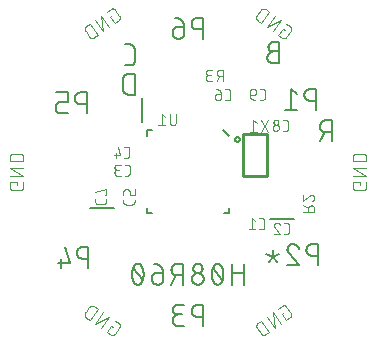
<source format=gbr>
G04 EAGLE Gerber RS-274X export*
G75*
%MOMM*%
%FSLAX34Y34*%
%LPD*%
%INSilkscreen Bottom*%
%IPPOS*%
%AMOC8*
5,1,8,0,0,1.08239X$1,22.5*%
G01*
%ADD10C,0.152400*%
%ADD11C,0.101600*%
%ADD12C,0.076200*%
%ADD13C,0.127000*%
%ADD14C,0.254000*%


D10*
X423225Y448155D02*
X418286Y448155D01*
X418146Y448153D01*
X418007Y448147D01*
X417867Y448137D01*
X417728Y448123D01*
X417589Y448106D01*
X417451Y448084D01*
X417314Y448058D01*
X417177Y448029D01*
X417041Y447996D01*
X416907Y447959D01*
X416773Y447918D01*
X416641Y447873D01*
X416509Y447824D01*
X416380Y447772D01*
X416252Y447717D01*
X416125Y447657D01*
X416000Y447594D01*
X415877Y447528D01*
X415756Y447458D01*
X415637Y447385D01*
X415520Y447308D01*
X415406Y447228D01*
X415293Y447145D01*
X415183Y447059D01*
X415076Y446969D01*
X414971Y446877D01*
X414869Y446782D01*
X414769Y446684D01*
X414672Y446583D01*
X414578Y446479D01*
X414488Y446373D01*
X414400Y446264D01*
X414315Y446153D01*
X414234Y446039D01*
X414155Y445924D01*
X414080Y445806D01*
X414009Y445686D01*
X413941Y445563D01*
X413876Y445440D01*
X413815Y445314D01*
X413757Y445186D01*
X413703Y445058D01*
X413653Y444927D01*
X413606Y444795D01*
X413563Y444662D01*
X413524Y444528D01*
X413489Y444393D01*
X413458Y444257D01*
X413430Y444119D01*
X413407Y443982D01*
X413387Y443843D01*
X413371Y443704D01*
X413359Y443565D01*
X413351Y443426D01*
X413347Y443286D01*
X413347Y443146D01*
X413351Y443006D01*
X413359Y442867D01*
X413371Y442728D01*
X413387Y442589D01*
X413407Y442450D01*
X413430Y442313D01*
X413458Y442175D01*
X413489Y442039D01*
X413524Y441904D01*
X413563Y441770D01*
X413606Y441637D01*
X413653Y441505D01*
X413703Y441374D01*
X413757Y441246D01*
X413815Y441118D01*
X413876Y440992D01*
X413941Y440869D01*
X414009Y440747D01*
X414080Y440626D01*
X414155Y440508D01*
X414234Y440393D01*
X414315Y440279D01*
X414400Y440168D01*
X414488Y440059D01*
X414578Y439953D01*
X414672Y439849D01*
X414769Y439748D01*
X414869Y439650D01*
X414971Y439555D01*
X415076Y439463D01*
X415183Y439373D01*
X415293Y439287D01*
X415406Y439204D01*
X415520Y439124D01*
X415637Y439047D01*
X415756Y438974D01*
X415877Y438904D01*
X416000Y438838D01*
X416125Y438775D01*
X416252Y438715D01*
X416380Y438660D01*
X416509Y438608D01*
X416641Y438559D01*
X416773Y438514D01*
X416907Y438473D01*
X417041Y438436D01*
X417177Y438403D01*
X417314Y438374D01*
X417451Y438348D01*
X417589Y438326D01*
X417728Y438309D01*
X417867Y438295D01*
X418007Y438285D01*
X418146Y438279D01*
X418286Y438277D01*
X423225Y438277D01*
X423225Y456057D01*
X418286Y456057D01*
X418162Y456055D01*
X418038Y456049D01*
X417914Y456039D01*
X417791Y456026D01*
X417668Y456008D01*
X417546Y455987D01*
X417424Y455962D01*
X417303Y455933D01*
X417184Y455900D01*
X417065Y455864D01*
X416948Y455823D01*
X416832Y455780D01*
X416717Y455732D01*
X416604Y455681D01*
X416492Y455626D01*
X416383Y455568D01*
X416275Y455507D01*
X416169Y455442D01*
X416065Y455374D01*
X415964Y455302D01*
X415864Y455228D01*
X415768Y455150D01*
X415673Y455070D01*
X415581Y454986D01*
X415492Y454900D01*
X415406Y454811D01*
X415322Y454719D01*
X415242Y454624D01*
X415164Y454528D01*
X415090Y454428D01*
X415018Y454327D01*
X414950Y454223D01*
X414885Y454117D01*
X414824Y454009D01*
X414766Y453900D01*
X414711Y453788D01*
X414660Y453675D01*
X414612Y453560D01*
X414569Y453444D01*
X414528Y453327D01*
X414492Y453208D01*
X414459Y453089D01*
X414430Y452968D01*
X414405Y452846D01*
X414384Y452724D01*
X414366Y452601D01*
X414353Y452478D01*
X414343Y452354D01*
X414337Y452230D01*
X414335Y452106D01*
X414337Y451982D01*
X414343Y451858D01*
X414353Y451734D01*
X414366Y451611D01*
X414384Y451488D01*
X414405Y451366D01*
X414430Y451244D01*
X414459Y451123D01*
X414492Y451004D01*
X414528Y450885D01*
X414569Y450768D01*
X414612Y450652D01*
X414660Y450537D01*
X414711Y450424D01*
X414766Y450312D01*
X414824Y450203D01*
X414885Y450095D01*
X414950Y449989D01*
X415018Y449885D01*
X415090Y449784D01*
X415164Y449684D01*
X415242Y449588D01*
X415322Y449493D01*
X415406Y449401D01*
X415492Y449312D01*
X415581Y449226D01*
X415673Y449142D01*
X415768Y449062D01*
X415864Y448984D01*
X415964Y448910D01*
X416065Y448838D01*
X416169Y448770D01*
X416275Y448705D01*
X416383Y448644D01*
X416492Y448586D01*
X416604Y448531D01*
X416717Y448480D01*
X416832Y448432D01*
X416948Y448389D01*
X417065Y448348D01*
X417184Y448312D01*
X417303Y448279D01*
X417424Y448250D01*
X417546Y448225D01*
X417668Y448204D01*
X417791Y448186D01*
X417914Y448173D01*
X418038Y448163D01*
X418162Y448157D01*
X418286Y448155D01*
X467789Y389788D02*
X467789Y372008D01*
X467789Y389788D02*
X462850Y389788D01*
X462850Y389789D02*
X462710Y389787D01*
X462571Y389781D01*
X462431Y389771D01*
X462292Y389757D01*
X462153Y389740D01*
X462015Y389718D01*
X461878Y389692D01*
X461741Y389663D01*
X461605Y389630D01*
X461471Y389593D01*
X461337Y389552D01*
X461205Y389507D01*
X461073Y389458D01*
X460944Y389406D01*
X460816Y389351D01*
X460689Y389291D01*
X460564Y389228D01*
X460441Y389162D01*
X460320Y389092D01*
X460201Y389019D01*
X460084Y388942D01*
X459970Y388862D01*
X459857Y388779D01*
X459747Y388693D01*
X459640Y388603D01*
X459535Y388511D01*
X459433Y388416D01*
X459333Y388318D01*
X459236Y388217D01*
X459142Y388113D01*
X459052Y388007D01*
X458964Y387898D01*
X458879Y387787D01*
X458798Y387673D01*
X458719Y387558D01*
X458644Y387440D01*
X458573Y387320D01*
X458505Y387197D01*
X458440Y387074D01*
X458379Y386948D01*
X458321Y386820D01*
X458267Y386692D01*
X458217Y386561D01*
X458170Y386429D01*
X458127Y386296D01*
X458088Y386162D01*
X458053Y386027D01*
X458022Y385891D01*
X457994Y385753D01*
X457971Y385616D01*
X457951Y385477D01*
X457935Y385338D01*
X457923Y385199D01*
X457915Y385060D01*
X457911Y384920D01*
X457911Y384780D01*
X457915Y384640D01*
X457923Y384501D01*
X457935Y384362D01*
X457951Y384223D01*
X457971Y384084D01*
X457994Y383947D01*
X458022Y383809D01*
X458053Y383673D01*
X458088Y383538D01*
X458127Y383404D01*
X458170Y383271D01*
X458217Y383139D01*
X458267Y383008D01*
X458321Y382880D01*
X458379Y382752D01*
X458440Y382626D01*
X458505Y382503D01*
X458573Y382381D01*
X458644Y382260D01*
X458719Y382142D01*
X458798Y382027D01*
X458879Y381913D01*
X458964Y381802D01*
X459052Y381693D01*
X459142Y381587D01*
X459236Y381483D01*
X459333Y381382D01*
X459433Y381284D01*
X459535Y381189D01*
X459640Y381097D01*
X459747Y381007D01*
X459857Y380921D01*
X459970Y380838D01*
X460084Y380758D01*
X460201Y380681D01*
X460320Y380608D01*
X460441Y380538D01*
X460564Y380472D01*
X460689Y380409D01*
X460816Y380349D01*
X460944Y380294D01*
X461073Y380242D01*
X461205Y380193D01*
X461337Y380148D01*
X461471Y380107D01*
X461605Y380070D01*
X461741Y380037D01*
X461878Y380008D01*
X462015Y379982D01*
X462153Y379960D01*
X462292Y379943D01*
X462431Y379929D01*
X462571Y379919D01*
X462710Y379913D01*
X462850Y379911D01*
X467789Y379911D01*
X461862Y379911D02*
X457911Y372008D01*
X301025Y411645D02*
X301025Y429425D01*
X296086Y429425D01*
X295947Y429423D01*
X295809Y429417D01*
X295671Y429408D01*
X295533Y429394D01*
X295396Y429377D01*
X295259Y429355D01*
X295122Y429330D01*
X294987Y429301D01*
X294852Y429268D01*
X294719Y429232D01*
X294586Y429192D01*
X294455Y429148D01*
X294325Y429100D01*
X294196Y429049D01*
X294069Y428994D01*
X293943Y428936D01*
X293819Y428874D01*
X293697Y428809D01*
X293577Y428740D01*
X293458Y428668D01*
X293342Y428593D01*
X293228Y428514D01*
X293116Y428432D01*
X293007Y428347D01*
X292899Y428260D01*
X292795Y428169D01*
X292693Y428075D01*
X292594Y427978D01*
X292497Y427879D01*
X292403Y427777D01*
X292312Y427673D01*
X292225Y427565D01*
X292140Y427456D01*
X292058Y427344D01*
X291979Y427230D01*
X291904Y427114D01*
X291832Y426995D01*
X291763Y426875D01*
X291698Y426753D01*
X291636Y426629D01*
X291578Y426503D01*
X291523Y426376D01*
X291472Y426247D01*
X291424Y426117D01*
X291380Y425986D01*
X291340Y425853D01*
X291304Y425720D01*
X291271Y425585D01*
X291242Y425450D01*
X291217Y425313D01*
X291195Y425176D01*
X291178Y425039D01*
X291164Y424901D01*
X291155Y424763D01*
X291149Y424625D01*
X291147Y424486D01*
X291147Y416584D01*
X291149Y416445D01*
X291155Y416307D01*
X291164Y416169D01*
X291178Y416031D01*
X291195Y415894D01*
X291217Y415757D01*
X291242Y415620D01*
X291271Y415485D01*
X291304Y415350D01*
X291340Y415217D01*
X291380Y415084D01*
X291424Y414953D01*
X291472Y414823D01*
X291523Y414694D01*
X291578Y414567D01*
X291636Y414441D01*
X291698Y414317D01*
X291763Y414195D01*
X291832Y414075D01*
X291904Y413956D01*
X291979Y413840D01*
X292058Y413726D01*
X292140Y413614D01*
X292225Y413505D01*
X292312Y413397D01*
X292403Y413293D01*
X292497Y413191D01*
X292594Y413092D01*
X292693Y412995D01*
X292795Y412901D01*
X292899Y412810D01*
X293007Y412723D01*
X293116Y412638D01*
X293228Y412556D01*
X293342Y412477D01*
X293458Y412402D01*
X293577Y412330D01*
X293697Y412261D01*
X293819Y412196D01*
X293943Y412134D01*
X294069Y412076D01*
X294196Y412021D01*
X294325Y411970D01*
X294455Y411922D01*
X294586Y411878D01*
X294719Y411838D01*
X294852Y411802D01*
X294987Y411769D01*
X295122Y411740D01*
X295259Y411715D01*
X295396Y411693D01*
X295533Y411676D01*
X295671Y411662D01*
X295809Y411653D01*
X295947Y411647D01*
X296086Y411645D01*
X301025Y411645D01*
X297080Y436270D02*
X293129Y436270D01*
X297080Y436271D02*
X297204Y436273D01*
X297328Y436279D01*
X297452Y436289D01*
X297575Y436302D01*
X297698Y436320D01*
X297820Y436341D01*
X297942Y436366D01*
X298063Y436395D01*
X298182Y436428D01*
X298301Y436464D01*
X298418Y436505D01*
X298534Y436548D01*
X298649Y436596D01*
X298762Y436647D01*
X298874Y436702D01*
X298983Y436760D01*
X299091Y436821D01*
X299197Y436886D01*
X299301Y436954D01*
X299402Y437026D01*
X299502Y437100D01*
X299598Y437178D01*
X299693Y437258D01*
X299785Y437342D01*
X299874Y437428D01*
X299960Y437517D01*
X300044Y437609D01*
X300124Y437704D01*
X300202Y437800D01*
X300276Y437900D01*
X300348Y438001D01*
X300416Y438105D01*
X300481Y438211D01*
X300542Y438319D01*
X300600Y438428D01*
X300655Y438540D01*
X300706Y438653D01*
X300754Y438768D01*
X300797Y438884D01*
X300838Y439001D01*
X300874Y439120D01*
X300907Y439239D01*
X300936Y439360D01*
X300961Y439482D01*
X300982Y439604D01*
X301000Y439727D01*
X301013Y439850D01*
X301023Y439974D01*
X301029Y440098D01*
X301031Y440222D01*
X301031Y450099D01*
X301029Y450223D01*
X301023Y450347D01*
X301013Y450471D01*
X301000Y450594D01*
X300982Y450717D01*
X300961Y450839D01*
X300936Y450961D01*
X300907Y451082D01*
X300874Y451201D01*
X300838Y451320D01*
X300797Y451437D01*
X300754Y451553D01*
X300706Y451668D01*
X300655Y451781D01*
X300600Y451893D01*
X300542Y452002D01*
X300481Y452110D01*
X300416Y452216D01*
X300348Y452320D01*
X300276Y452421D01*
X300202Y452521D01*
X300124Y452617D01*
X300044Y452712D01*
X299960Y452804D01*
X299874Y452893D01*
X299785Y452979D01*
X299693Y453063D01*
X299598Y453143D01*
X299502Y453221D01*
X299402Y453295D01*
X299301Y453367D01*
X299197Y453435D01*
X299091Y453500D01*
X298983Y453561D01*
X298874Y453619D01*
X298762Y453674D01*
X298649Y453725D01*
X298535Y453773D01*
X298418Y453816D01*
X298301Y453857D01*
X298182Y453893D01*
X298063Y453926D01*
X297942Y453955D01*
X297820Y453980D01*
X297698Y454001D01*
X297575Y454019D01*
X297452Y454032D01*
X297328Y454042D01*
X297204Y454048D01*
X297080Y454050D01*
X293129Y454050D01*
D11*
X426501Y467300D02*
X428096Y466183D01*
X426501Y467300D02*
X422778Y461983D01*
X425968Y459749D01*
X426051Y459694D01*
X426135Y459642D01*
X426222Y459593D01*
X426310Y459547D01*
X426400Y459505D01*
X426492Y459466D01*
X426585Y459431D01*
X426679Y459399D01*
X426774Y459371D01*
X426871Y459347D01*
X426968Y459326D01*
X427066Y459310D01*
X427165Y459296D01*
X427264Y459287D01*
X427363Y459282D01*
X427463Y459280D01*
X427562Y459282D01*
X427661Y459288D01*
X427760Y459298D01*
X427859Y459311D01*
X427957Y459329D01*
X428054Y459350D01*
X428150Y459374D01*
X428246Y459403D01*
X428340Y459435D01*
X428433Y459470D01*
X428524Y459509D01*
X428614Y459552D01*
X428702Y459598D01*
X428788Y459647D01*
X428873Y459700D01*
X428955Y459756D01*
X429035Y459815D01*
X429113Y459877D01*
X429188Y459942D01*
X429261Y460009D01*
X429331Y460080D01*
X429399Y460153D01*
X429463Y460229D01*
X429525Y460307D01*
X429584Y460387D01*
X433307Y465704D01*
X433362Y465787D01*
X433414Y465871D01*
X433463Y465958D01*
X433509Y466046D01*
X433551Y466136D01*
X433590Y466228D01*
X433625Y466321D01*
X433657Y466415D01*
X433685Y466510D01*
X433709Y466607D01*
X433730Y466704D01*
X433746Y466802D01*
X433760Y466901D01*
X433769Y467000D01*
X433774Y467099D01*
X433776Y467199D01*
X433774Y467298D01*
X433768Y467397D01*
X433758Y467496D01*
X433745Y467595D01*
X433727Y467693D01*
X433706Y467790D01*
X433682Y467886D01*
X433653Y467982D01*
X433621Y468076D01*
X433586Y468169D01*
X433547Y468260D01*
X433504Y468350D01*
X433458Y468438D01*
X433409Y468524D01*
X433356Y468609D01*
X433300Y468691D01*
X433241Y468771D01*
X433179Y468849D01*
X433114Y468924D01*
X433047Y468997D01*
X432976Y469067D01*
X432903Y469135D01*
X432827Y469199D01*
X432749Y469261D01*
X432669Y469320D01*
X432670Y469320D02*
X429479Y471554D01*
X424810Y474824D02*
X418108Y465253D01*
X412791Y468976D02*
X424810Y474824D01*
X419492Y478547D02*
X412791Y468976D01*
X408121Y472246D02*
X414822Y481817D01*
X412164Y483678D01*
X412164Y483679D02*
X412070Y483742D01*
X411974Y483802D01*
X411876Y483859D01*
X411776Y483912D01*
X411674Y483962D01*
X411570Y484008D01*
X411465Y484050D01*
X411359Y484089D01*
X411251Y484124D01*
X411142Y484155D01*
X411032Y484183D01*
X410921Y484206D01*
X410810Y484226D01*
X410698Y484242D01*
X410585Y484254D01*
X410472Y484262D01*
X410359Y484266D01*
X410245Y484266D01*
X410132Y484262D01*
X410019Y484254D01*
X409906Y484242D01*
X409794Y484226D01*
X409683Y484206D01*
X409572Y484183D01*
X409462Y484155D01*
X409353Y484124D01*
X409245Y484089D01*
X409139Y484050D01*
X409034Y484008D01*
X408930Y483962D01*
X408828Y483912D01*
X408728Y483859D01*
X408630Y483802D01*
X408534Y483742D01*
X408440Y483679D01*
X408349Y483612D01*
X408259Y483543D01*
X408172Y483470D01*
X408088Y483394D01*
X408007Y483315D01*
X407928Y483234D01*
X407852Y483150D01*
X407779Y483063D01*
X407710Y482974D01*
X407643Y482882D01*
X407644Y482881D02*
X404665Y478628D01*
X404602Y478534D01*
X404542Y478438D01*
X404485Y478340D01*
X404432Y478240D01*
X404382Y478138D01*
X404336Y478034D01*
X404294Y477929D01*
X404255Y477823D01*
X404220Y477715D01*
X404189Y477606D01*
X404161Y477496D01*
X404138Y477385D01*
X404118Y477274D01*
X404102Y477162D01*
X404090Y477049D01*
X404082Y476936D01*
X404078Y476823D01*
X404078Y476709D01*
X404082Y476596D01*
X404090Y476483D01*
X404102Y476370D01*
X404118Y476258D01*
X404138Y476147D01*
X404161Y476036D01*
X404189Y475926D01*
X404220Y475817D01*
X404255Y475709D01*
X404294Y475603D01*
X404336Y475498D01*
X404382Y475394D01*
X404432Y475292D01*
X404485Y475192D01*
X404542Y475094D01*
X404602Y474998D01*
X404665Y474904D01*
X404732Y474812D01*
X404801Y474723D01*
X404874Y474636D01*
X404950Y474552D01*
X405029Y474471D01*
X405110Y474392D01*
X405194Y474316D01*
X405281Y474243D01*
X405371Y474174D01*
X405462Y474107D01*
X408121Y472246D01*
X492049Y337254D02*
X492049Y335306D01*
X492049Y337254D02*
X485558Y337254D01*
X485558Y333359D01*
X485560Y333260D01*
X485566Y333160D01*
X485575Y333061D01*
X485588Y332963D01*
X485605Y332865D01*
X485626Y332767D01*
X485651Y332671D01*
X485679Y332576D01*
X485711Y332482D01*
X485746Y332389D01*
X485785Y332297D01*
X485828Y332207D01*
X485873Y332119D01*
X485923Y332032D01*
X485975Y331948D01*
X486031Y331865D01*
X486089Y331785D01*
X486151Y331707D01*
X486216Y331632D01*
X486284Y331559D01*
X486354Y331489D01*
X486427Y331421D01*
X486502Y331356D01*
X486580Y331294D01*
X486660Y331236D01*
X486743Y331180D01*
X486827Y331128D01*
X486914Y331078D01*
X487002Y331033D01*
X487092Y330990D01*
X487184Y330951D01*
X487277Y330916D01*
X487371Y330884D01*
X487466Y330856D01*
X487562Y330831D01*
X487660Y330810D01*
X487758Y330793D01*
X487856Y330780D01*
X487955Y330771D01*
X488055Y330765D01*
X488154Y330763D01*
X494646Y330763D01*
X494745Y330765D01*
X494845Y330771D01*
X494944Y330780D01*
X495042Y330793D01*
X495140Y330810D01*
X495238Y330831D01*
X495334Y330856D01*
X495429Y330884D01*
X495523Y330916D01*
X495616Y330951D01*
X495708Y330990D01*
X495798Y331033D01*
X495886Y331078D01*
X495973Y331128D01*
X496057Y331180D01*
X496140Y331236D01*
X496220Y331294D01*
X496298Y331356D01*
X496373Y331421D01*
X496446Y331489D01*
X496516Y331559D01*
X496584Y331632D01*
X496649Y331707D01*
X496711Y331785D01*
X496769Y331865D01*
X496825Y331948D01*
X496877Y332032D01*
X496927Y332119D01*
X496972Y332207D01*
X497015Y332297D01*
X497054Y332389D01*
X497089Y332481D01*
X497121Y332576D01*
X497149Y332671D01*
X497174Y332767D01*
X497195Y332865D01*
X497212Y332963D01*
X497225Y333061D01*
X497234Y333160D01*
X497240Y333260D01*
X497242Y333359D01*
X497242Y337254D01*
X497242Y342954D02*
X485558Y342954D01*
X485558Y349446D02*
X497242Y342954D01*
X497242Y349446D02*
X485558Y349446D01*
X485558Y355146D02*
X497242Y355146D01*
X497242Y358392D01*
X497240Y358505D01*
X497234Y358618D01*
X497224Y358731D01*
X497210Y358844D01*
X497193Y358956D01*
X497171Y359067D01*
X497146Y359177D01*
X497116Y359287D01*
X497083Y359395D01*
X497046Y359502D01*
X497006Y359608D01*
X496961Y359712D01*
X496913Y359815D01*
X496862Y359916D01*
X496807Y360015D01*
X496749Y360112D01*
X496687Y360207D01*
X496622Y360300D01*
X496554Y360390D01*
X496483Y360478D01*
X496408Y360564D01*
X496331Y360647D01*
X496251Y360727D01*
X496168Y360804D01*
X496082Y360879D01*
X495994Y360950D01*
X495904Y361018D01*
X495811Y361083D01*
X495716Y361145D01*
X495619Y361203D01*
X495520Y361258D01*
X495419Y361309D01*
X495316Y361357D01*
X495212Y361402D01*
X495106Y361442D01*
X494999Y361479D01*
X494891Y361512D01*
X494781Y361542D01*
X494671Y361567D01*
X494560Y361589D01*
X494448Y361606D01*
X494335Y361620D01*
X494222Y361630D01*
X494109Y361636D01*
X493996Y361638D01*
X488804Y361638D01*
X488691Y361636D01*
X488578Y361630D01*
X488465Y361620D01*
X488352Y361606D01*
X488240Y361589D01*
X488129Y361567D01*
X488019Y361542D01*
X487909Y361512D01*
X487801Y361479D01*
X487694Y361442D01*
X487588Y361402D01*
X487484Y361357D01*
X487381Y361309D01*
X487280Y361258D01*
X487181Y361203D01*
X487084Y361145D01*
X486989Y361083D01*
X486896Y361018D01*
X486806Y360950D01*
X486718Y360879D01*
X486632Y360804D01*
X486549Y360727D01*
X486469Y360647D01*
X486392Y360564D01*
X486317Y360478D01*
X486246Y360390D01*
X486178Y360300D01*
X486113Y360207D01*
X486051Y360112D01*
X485993Y360015D01*
X485938Y359916D01*
X485887Y359815D01*
X485839Y359712D01*
X485794Y359608D01*
X485754Y359502D01*
X485717Y359395D01*
X485684Y359287D01*
X485654Y359177D01*
X485629Y359067D01*
X485607Y358956D01*
X485590Y358844D01*
X485576Y358731D01*
X485566Y358618D01*
X485560Y358505D01*
X485558Y358392D01*
X485558Y355146D01*
X427351Y227280D02*
X425756Y226163D01*
X429479Y220846D01*
X432670Y223080D01*
X432669Y223080D02*
X432749Y223139D01*
X432827Y223201D01*
X432903Y223265D01*
X432976Y223333D01*
X433047Y223403D01*
X433114Y223476D01*
X433179Y223551D01*
X433241Y223629D01*
X433300Y223709D01*
X433356Y223791D01*
X433409Y223876D01*
X433458Y223962D01*
X433504Y224050D01*
X433547Y224140D01*
X433586Y224231D01*
X433621Y224324D01*
X433653Y224418D01*
X433682Y224514D01*
X433706Y224610D01*
X433727Y224707D01*
X433745Y224805D01*
X433758Y224904D01*
X433768Y225003D01*
X433774Y225102D01*
X433776Y225201D01*
X433774Y225301D01*
X433769Y225400D01*
X433759Y225499D01*
X433746Y225598D01*
X433730Y225696D01*
X433709Y225793D01*
X433685Y225890D01*
X433657Y225985D01*
X433625Y226079D01*
X433590Y226172D01*
X433551Y226264D01*
X433509Y226354D01*
X433463Y226442D01*
X433414Y226529D01*
X433362Y226613D01*
X433307Y226696D01*
X429584Y232013D01*
X429525Y232093D01*
X429463Y232171D01*
X429399Y232247D01*
X429331Y232320D01*
X429261Y232391D01*
X429188Y232458D01*
X429113Y232523D01*
X429035Y232585D01*
X428955Y232644D01*
X428873Y232700D01*
X428788Y232753D01*
X428702Y232802D01*
X428614Y232848D01*
X428524Y232891D01*
X428433Y232930D01*
X428340Y232965D01*
X428246Y232997D01*
X428150Y233026D01*
X428054Y233050D01*
X427957Y233071D01*
X427859Y233089D01*
X427760Y233102D01*
X427661Y233112D01*
X427562Y233118D01*
X427463Y233120D01*
X427363Y233118D01*
X427264Y233113D01*
X427165Y233104D01*
X427066Y233090D01*
X426968Y233074D01*
X426871Y233053D01*
X426774Y233029D01*
X426679Y233001D01*
X426585Y232969D01*
X426492Y232934D01*
X426400Y232895D01*
X426310Y232853D01*
X426222Y232807D01*
X426135Y232758D01*
X426051Y232706D01*
X425968Y232651D01*
X422778Y230417D01*
X418108Y227147D02*
X424809Y217576D01*
X419492Y213853D02*
X418108Y227147D01*
X412791Y223424D02*
X419492Y213853D01*
X414822Y210583D02*
X408121Y220154D01*
X405462Y218292D01*
X405462Y218293D02*
X405371Y218226D01*
X405281Y218157D01*
X405194Y218084D01*
X405110Y218008D01*
X405029Y217929D01*
X404950Y217848D01*
X404874Y217764D01*
X404801Y217677D01*
X404732Y217588D01*
X404665Y217496D01*
X404602Y217402D01*
X404542Y217306D01*
X404485Y217208D01*
X404432Y217108D01*
X404382Y217006D01*
X404336Y216902D01*
X404294Y216797D01*
X404255Y216691D01*
X404220Y216583D01*
X404189Y216474D01*
X404161Y216364D01*
X404138Y216253D01*
X404118Y216142D01*
X404102Y216030D01*
X404090Y215917D01*
X404082Y215804D01*
X404078Y215691D01*
X404078Y215577D01*
X404082Y215464D01*
X404090Y215351D01*
X404102Y215238D01*
X404118Y215126D01*
X404138Y215015D01*
X404161Y214904D01*
X404189Y214794D01*
X404220Y214685D01*
X404255Y214577D01*
X404294Y214471D01*
X404336Y214366D01*
X404382Y214262D01*
X404432Y214160D01*
X404485Y214060D01*
X404542Y213962D01*
X404602Y213866D01*
X404665Y213772D01*
X407644Y209518D01*
X407643Y209518D02*
X407710Y209427D01*
X407779Y209337D01*
X407852Y209250D01*
X407928Y209166D01*
X408007Y209085D01*
X408088Y209006D01*
X408172Y208930D01*
X408259Y208857D01*
X408349Y208788D01*
X408440Y208721D01*
X408534Y208658D01*
X408630Y208598D01*
X408728Y208541D01*
X408828Y208488D01*
X408930Y208438D01*
X409034Y208392D01*
X409139Y208350D01*
X409245Y208311D01*
X409353Y208276D01*
X409462Y208245D01*
X409572Y208217D01*
X409683Y208194D01*
X409794Y208174D01*
X409906Y208158D01*
X410019Y208146D01*
X410132Y208138D01*
X410245Y208134D01*
X410359Y208134D01*
X410472Y208138D01*
X410585Y208146D01*
X410698Y208158D01*
X410810Y208174D01*
X410921Y208194D01*
X411032Y208217D01*
X411142Y208245D01*
X411251Y208276D01*
X411359Y208311D01*
X411465Y208350D01*
X411570Y208392D01*
X411674Y208438D01*
X411776Y208488D01*
X411876Y208541D01*
X411974Y208598D01*
X412070Y208658D01*
X412164Y208721D01*
X414822Y210583D01*
X282896Y214783D02*
X281301Y215900D01*
X277578Y210583D01*
X280768Y208349D01*
X280851Y208294D01*
X280935Y208242D01*
X281022Y208193D01*
X281110Y208147D01*
X281200Y208105D01*
X281292Y208066D01*
X281385Y208031D01*
X281479Y207999D01*
X281574Y207971D01*
X281671Y207947D01*
X281768Y207926D01*
X281866Y207910D01*
X281965Y207896D01*
X282064Y207887D01*
X282163Y207882D01*
X282263Y207880D01*
X282362Y207882D01*
X282461Y207888D01*
X282560Y207898D01*
X282659Y207911D01*
X282757Y207929D01*
X282854Y207950D01*
X282950Y207974D01*
X283046Y208003D01*
X283140Y208035D01*
X283233Y208070D01*
X283324Y208109D01*
X283414Y208152D01*
X283502Y208198D01*
X283588Y208247D01*
X283673Y208300D01*
X283755Y208356D01*
X283835Y208415D01*
X283913Y208477D01*
X283988Y208542D01*
X284061Y208609D01*
X284131Y208680D01*
X284199Y208753D01*
X284263Y208829D01*
X284325Y208907D01*
X284384Y208987D01*
X288107Y214304D01*
X288162Y214387D01*
X288214Y214471D01*
X288263Y214558D01*
X288309Y214646D01*
X288351Y214736D01*
X288390Y214828D01*
X288425Y214921D01*
X288457Y215015D01*
X288485Y215110D01*
X288509Y215207D01*
X288530Y215304D01*
X288546Y215402D01*
X288560Y215501D01*
X288569Y215600D01*
X288574Y215699D01*
X288576Y215799D01*
X288574Y215898D01*
X288568Y215997D01*
X288558Y216096D01*
X288545Y216195D01*
X288527Y216293D01*
X288506Y216390D01*
X288482Y216486D01*
X288453Y216582D01*
X288421Y216676D01*
X288386Y216769D01*
X288347Y216860D01*
X288304Y216950D01*
X288258Y217038D01*
X288209Y217124D01*
X288156Y217209D01*
X288100Y217291D01*
X288041Y217371D01*
X287979Y217449D01*
X287914Y217524D01*
X287847Y217597D01*
X287776Y217667D01*
X287703Y217735D01*
X287627Y217799D01*
X287549Y217861D01*
X287469Y217920D01*
X287470Y217920D02*
X284279Y220154D01*
X279610Y223424D02*
X272908Y213853D01*
X267591Y217576D02*
X279610Y223424D01*
X274292Y227147D02*
X267591Y217576D01*
X262921Y220846D02*
X269622Y230417D01*
X266964Y232278D01*
X266964Y232279D02*
X266870Y232342D01*
X266774Y232402D01*
X266676Y232459D01*
X266576Y232512D01*
X266474Y232562D01*
X266370Y232608D01*
X266265Y232650D01*
X266159Y232689D01*
X266051Y232724D01*
X265942Y232755D01*
X265832Y232783D01*
X265721Y232806D01*
X265610Y232826D01*
X265498Y232842D01*
X265385Y232854D01*
X265272Y232862D01*
X265159Y232866D01*
X265045Y232866D01*
X264932Y232862D01*
X264819Y232854D01*
X264706Y232842D01*
X264594Y232826D01*
X264483Y232806D01*
X264372Y232783D01*
X264262Y232755D01*
X264153Y232724D01*
X264045Y232689D01*
X263939Y232650D01*
X263834Y232608D01*
X263730Y232562D01*
X263628Y232512D01*
X263528Y232459D01*
X263430Y232402D01*
X263334Y232342D01*
X263240Y232279D01*
X263149Y232212D01*
X263059Y232143D01*
X262972Y232070D01*
X262888Y231994D01*
X262807Y231915D01*
X262728Y231834D01*
X262652Y231750D01*
X262579Y231663D01*
X262510Y231574D01*
X262443Y231482D01*
X262444Y231481D02*
X259465Y227228D01*
X259402Y227134D01*
X259342Y227038D01*
X259285Y226940D01*
X259232Y226840D01*
X259182Y226738D01*
X259136Y226634D01*
X259094Y226529D01*
X259055Y226423D01*
X259020Y226315D01*
X258989Y226206D01*
X258961Y226096D01*
X258938Y225985D01*
X258918Y225874D01*
X258902Y225762D01*
X258890Y225649D01*
X258882Y225536D01*
X258878Y225423D01*
X258878Y225309D01*
X258882Y225196D01*
X258890Y225083D01*
X258902Y224970D01*
X258918Y224858D01*
X258938Y224747D01*
X258961Y224636D01*
X258989Y224526D01*
X259020Y224417D01*
X259055Y224309D01*
X259094Y224203D01*
X259136Y224098D01*
X259182Y223994D01*
X259232Y223892D01*
X259285Y223792D01*
X259342Y223694D01*
X259402Y223598D01*
X259465Y223504D01*
X259532Y223412D01*
X259601Y223323D01*
X259674Y223236D01*
X259750Y223152D01*
X259829Y223071D01*
X259910Y222992D01*
X259994Y222916D01*
X260081Y222843D01*
X260171Y222774D01*
X260262Y222707D01*
X262921Y220846D01*
X201649Y335306D02*
X201649Y337254D01*
X195158Y337254D01*
X195158Y333359D01*
X195160Y333260D01*
X195166Y333160D01*
X195175Y333061D01*
X195188Y332963D01*
X195205Y332865D01*
X195226Y332767D01*
X195251Y332671D01*
X195279Y332576D01*
X195311Y332482D01*
X195346Y332389D01*
X195385Y332297D01*
X195428Y332207D01*
X195473Y332119D01*
X195523Y332032D01*
X195575Y331948D01*
X195631Y331865D01*
X195689Y331785D01*
X195751Y331707D01*
X195816Y331632D01*
X195884Y331559D01*
X195954Y331489D01*
X196027Y331421D01*
X196102Y331356D01*
X196180Y331294D01*
X196260Y331236D01*
X196343Y331180D01*
X196427Y331128D01*
X196514Y331078D01*
X196602Y331033D01*
X196692Y330990D01*
X196784Y330951D01*
X196877Y330916D01*
X196971Y330884D01*
X197066Y330856D01*
X197162Y330831D01*
X197260Y330810D01*
X197358Y330793D01*
X197456Y330780D01*
X197555Y330771D01*
X197655Y330765D01*
X197754Y330763D01*
X204246Y330763D01*
X204345Y330765D01*
X204445Y330771D01*
X204544Y330780D01*
X204642Y330793D01*
X204740Y330810D01*
X204838Y330831D01*
X204934Y330856D01*
X205029Y330884D01*
X205123Y330916D01*
X205216Y330951D01*
X205308Y330990D01*
X205398Y331033D01*
X205486Y331078D01*
X205573Y331128D01*
X205657Y331180D01*
X205740Y331236D01*
X205820Y331294D01*
X205898Y331356D01*
X205973Y331421D01*
X206046Y331489D01*
X206116Y331559D01*
X206184Y331632D01*
X206249Y331707D01*
X206311Y331785D01*
X206369Y331865D01*
X206425Y331948D01*
X206477Y332032D01*
X206527Y332119D01*
X206572Y332207D01*
X206615Y332297D01*
X206654Y332389D01*
X206689Y332481D01*
X206721Y332576D01*
X206749Y332671D01*
X206774Y332767D01*
X206795Y332865D01*
X206812Y332963D01*
X206825Y333061D01*
X206834Y333160D01*
X206840Y333260D01*
X206842Y333359D01*
X206842Y337254D01*
X206842Y342954D02*
X195158Y342954D01*
X195158Y349446D02*
X206842Y342954D01*
X206842Y349446D02*
X195158Y349446D01*
X195158Y355146D02*
X206842Y355146D01*
X206842Y358392D01*
X206840Y358505D01*
X206834Y358618D01*
X206824Y358731D01*
X206810Y358844D01*
X206793Y358956D01*
X206771Y359067D01*
X206746Y359177D01*
X206716Y359287D01*
X206683Y359395D01*
X206646Y359502D01*
X206606Y359608D01*
X206561Y359712D01*
X206513Y359815D01*
X206462Y359916D01*
X206407Y360015D01*
X206349Y360112D01*
X206287Y360207D01*
X206222Y360300D01*
X206154Y360390D01*
X206083Y360478D01*
X206008Y360564D01*
X205931Y360647D01*
X205851Y360727D01*
X205768Y360804D01*
X205682Y360879D01*
X205594Y360950D01*
X205504Y361018D01*
X205411Y361083D01*
X205316Y361145D01*
X205219Y361203D01*
X205120Y361258D01*
X205019Y361309D01*
X204916Y361357D01*
X204812Y361402D01*
X204706Y361442D01*
X204599Y361479D01*
X204491Y361512D01*
X204381Y361542D01*
X204271Y361567D01*
X204160Y361589D01*
X204048Y361606D01*
X203935Y361620D01*
X203822Y361630D01*
X203709Y361636D01*
X203596Y361638D01*
X198404Y361638D01*
X198291Y361636D01*
X198178Y361630D01*
X198065Y361620D01*
X197952Y361606D01*
X197840Y361589D01*
X197729Y361567D01*
X197619Y361542D01*
X197509Y361512D01*
X197401Y361479D01*
X197294Y361442D01*
X197188Y361402D01*
X197084Y361357D01*
X196981Y361309D01*
X196880Y361258D01*
X196781Y361203D01*
X196684Y361145D01*
X196589Y361083D01*
X196496Y361018D01*
X196406Y360950D01*
X196318Y360879D01*
X196232Y360804D01*
X196149Y360727D01*
X196069Y360647D01*
X195992Y360564D01*
X195917Y360478D01*
X195846Y360390D01*
X195778Y360300D01*
X195713Y360207D01*
X195651Y360112D01*
X195593Y360015D01*
X195538Y359916D01*
X195487Y359815D01*
X195439Y359712D01*
X195394Y359608D01*
X195354Y359502D01*
X195317Y359395D01*
X195284Y359287D01*
X195254Y359177D01*
X195229Y359067D01*
X195207Y358956D01*
X195190Y358844D01*
X195176Y358731D01*
X195166Y358618D01*
X195160Y358505D01*
X195158Y358392D01*
X195158Y355146D01*
X280556Y477563D02*
X282151Y478680D01*
X280556Y477563D02*
X284279Y472246D01*
X287470Y474480D01*
X287469Y474480D02*
X287549Y474539D01*
X287627Y474601D01*
X287703Y474665D01*
X287776Y474733D01*
X287847Y474803D01*
X287914Y474876D01*
X287979Y474951D01*
X288041Y475029D01*
X288100Y475109D01*
X288156Y475191D01*
X288209Y475276D01*
X288258Y475362D01*
X288304Y475450D01*
X288347Y475540D01*
X288386Y475631D01*
X288421Y475724D01*
X288453Y475818D01*
X288482Y475914D01*
X288506Y476010D01*
X288527Y476107D01*
X288545Y476205D01*
X288558Y476304D01*
X288568Y476403D01*
X288574Y476502D01*
X288576Y476601D01*
X288574Y476701D01*
X288569Y476800D01*
X288559Y476899D01*
X288546Y476998D01*
X288530Y477096D01*
X288509Y477193D01*
X288485Y477290D01*
X288457Y477385D01*
X288425Y477479D01*
X288390Y477572D01*
X288351Y477664D01*
X288309Y477754D01*
X288263Y477842D01*
X288214Y477929D01*
X288162Y478013D01*
X288107Y478096D01*
X284384Y483413D01*
X284325Y483493D01*
X284263Y483571D01*
X284199Y483647D01*
X284131Y483720D01*
X284061Y483791D01*
X283988Y483858D01*
X283913Y483923D01*
X283835Y483985D01*
X283755Y484044D01*
X283673Y484100D01*
X283588Y484153D01*
X283502Y484202D01*
X283414Y484248D01*
X283324Y484291D01*
X283233Y484330D01*
X283140Y484365D01*
X283046Y484397D01*
X282950Y484426D01*
X282854Y484450D01*
X282757Y484471D01*
X282659Y484489D01*
X282560Y484502D01*
X282461Y484512D01*
X282362Y484518D01*
X282263Y484520D01*
X282163Y484518D01*
X282064Y484513D01*
X281965Y484504D01*
X281866Y484490D01*
X281768Y484474D01*
X281671Y484453D01*
X281574Y484429D01*
X281479Y484401D01*
X281385Y484369D01*
X281292Y484334D01*
X281200Y484295D01*
X281110Y484253D01*
X281022Y484207D01*
X280935Y484158D01*
X280851Y484106D01*
X280768Y484051D01*
X277578Y481817D01*
X272908Y478547D02*
X279609Y468976D01*
X274292Y465253D02*
X272908Y478547D01*
X267591Y474824D02*
X274292Y465253D01*
X269622Y461983D02*
X262921Y471554D01*
X260262Y469692D01*
X260262Y469693D02*
X260171Y469626D01*
X260081Y469557D01*
X259994Y469484D01*
X259910Y469408D01*
X259829Y469329D01*
X259750Y469248D01*
X259674Y469164D01*
X259601Y469077D01*
X259532Y468988D01*
X259465Y468896D01*
X259402Y468802D01*
X259342Y468706D01*
X259285Y468608D01*
X259232Y468508D01*
X259182Y468406D01*
X259136Y468302D01*
X259094Y468197D01*
X259055Y468091D01*
X259020Y467983D01*
X258989Y467874D01*
X258961Y467764D01*
X258938Y467653D01*
X258918Y467542D01*
X258902Y467430D01*
X258890Y467317D01*
X258882Y467204D01*
X258878Y467091D01*
X258878Y466977D01*
X258882Y466864D01*
X258890Y466751D01*
X258902Y466638D01*
X258918Y466526D01*
X258938Y466415D01*
X258961Y466304D01*
X258989Y466194D01*
X259020Y466085D01*
X259055Y465977D01*
X259094Y465871D01*
X259136Y465766D01*
X259182Y465662D01*
X259232Y465560D01*
X259285Y465460D01*
X259342Y465362D01*
X259402Y465266D01*
X259465Y465172D01*
X262444Y460918D01*
X262443Y460918D02*
X262510Y460827D01*
X262579Y460737D01*
X262652Y460650D01*
X262728Y460566D01*
X262807Y460485D01*
X262888Y460406D01*
X262972Y460330D01*
X263059Y460257D01*
X263149Y460188D01*
X263240Y460121D01*
X263334Y460058D01*
X263430Y459998D01*
X263528Y459941D01*
X263628Y459888D01*
X263730Y459838D01*
X263834Y459792D01*
X263939Y459750D01*
X264045Y459711D01*
X264153Y459676D01*
X264262Y459645D01*
X264372Y459617D01*
X264483Y459594D01*
X264594Y459574D01*
X264706Y459558D01*
X264819Y459546D01*
X264932Y459538D01*
X265045Y459534D01*
X265159Y459534D01*
X265272Y459538D01*
X265385Y459546D01*
X265498Y459558D01*
X265610Y459574D01*
X265721Y459594D01*
X265832Y459617D01*
X265942Y459645D01*
X266051Y459676D01*
X266159Y459711D01*
X266265Y459750D01*
X266370Y459792D01*
X266474Y459838D01*
X266576Y459888D01*
X266676Y459941D01*
X266774Y459998D01*
X266870Y460058D01*
X266964Y460121D01*
X269622Y461983D01*
D10*
X454565Y416310D02*
X454565Y398530D01*
X454565Y416310D02*
X449626Y416310D01*
X449486Y416308D01*
X449347Y416302D01*
X449207Y416292D01*
X449068Y416278D01*
X448929Y416261D01*
X448791Y416239D01*
X448654Y416213D01*
X448517Y416184D01*
X448381Y416151D01*
X448247Y416114D01*
X448113Y416073D01*
X447981Y416028D01*
X447849Y415979D01*
X447720Y415927D01*
X447592Y415872D01*
X447465Y415812D01*
X447340Y415749D01*
X447217Y415683D01*
X447096Y415613D01*
X446977Y415540D01*
X446860Y415463D01*
X446746Y415383D01*
X446633Y415300D01*
X446523Y415214D01*
X446416Y415124D01*
X446311Y415032D01*
X446209Y414937D01*
X446109Y414839D01*
X446012Y414738D01*
X445918Y414634D01*
X445828Y414528D01*
X445740Y414419D01*
X445655Y414308D01*
X445574Y414194D01*
X445495Y414079D01*
X445420Y413961D01*
X445349Y413841D01*
X445281Y413718D01*
X445216Y413595D01*
X445155Y413469D01*
X445097Y413341D01*
X445043Y413213D01*
X444993Y413082D01*
X444946Y412950D01*
X444903Y412817D01*
X444864Y412683D01*
X444829Y412548D01*
X444798Y412412D01*
X444770Y412274D01*
X444747Y412137D01*
X444727Y411998D01*
X444711Y411859D01*
X444699Y411720D01*
X444691Y411581D01*
X444687Y411441D01*
X444687Y411301D01*
X444691Y411161D01*
X444699Y411022D01*
X444711Y410883D01*
X444727Y410744D01*
X444747Y410605D01*
X444770Y410468D01*
X444798Y410330D01*
X444829Y410194D01*
X444864Y410059D01*
X444903Y409925D01*
X444946Y409792D01*
X444993Y409660D01*
X445043Y409529D01*
X445097Y409401D01*
X445155Y409273D01*
X445216Y409147D01*
X445281Y409024D01*
X445349Y408902D01*
X445420Y408781D01*
X445495Y408663D01*
X445574Y408548D01*
X445655Y408434D01*
X445740Y408323D01*
X445828Y408214D01*
X445918Y408108D01*
X446012Y408004D01*
X446109Y407903D01*
X446209Y407805D01*
X446311Y407710D01*
X446416Y407618D01*
X446523Y407528D01*
X446633Y407442D01*
X446746Y407359D01*
X446860Y407279D01*
X446977Y407202D01*
X447096Y407129D01*
X447217Y407059D01*
X447340Y406993D01*
X447465Y406930D01*
X447592Y406870D01*
X447720Y406815D01*
X447849Y406763D01*
X447981Y406714D01*
X448113Y406669D01*
X448247Y406628D01*
X448381Y406591D01*
X448517Y406558D01*
X448654Y406529D01*
X448791Y406503D01*
X448929Y406481D01*
X449068Y406464D01*
X449207Y406450D01*
X449347Y406440D01*
X449486Y406434D01*
X449626Y406432D01*
X454565Y406432D01*
X438570Y412358D02*
X433631Y416310D01*
X433631Y398530D01*
X438570Y398530D02*
X428692Y398530D01*
X456341Y285107D02*
X456341Y267327D01*
X456341Y285107D02*
X451402Y285107D01*
X451402Y285108D02*
X451262Y285106D01*
X451123Y285100D01*
X450983Y285090D01*
X450844Y285076D01*
X450705Y285059D01*
X450567Y285037D01*
X450430Y285011D01*
X450293Y284982D01*
X450157Y284949D01*
X450023Y284912D01*
X449889Y284871D01*
X449757Y284826D01*
X449625Y284777D01*
X449496Y284725D01*
X449368Y284670D01*
X449241Y284610D01*
X449116Y284547D01*
X448993Y284481D01*
X448872Y284411D01*
X448753Y284338D01*
X448636Y284261D01*
X448522Y284181D01*
X448409Y284098D01*
X448299Y284012D01*
X448192Y283922D01*
X448087Y283830D01*
X447985Y283735D01*
X447885Y283637D01*
X447788Y283536D01*
X447694Y283432D01*
X447604Y283326D01*
X447516Y283217D01*
X447431Y283106D01*
X447350Y282992D01*
X447271Y282877D01*
X447196Y282759D01*
X447125Y282639D01*
X447057Y282516D01*
X446992Y282393D01*
X446931Y282267D01*
X446873Y282139D01*
X446819Y282011D01*
X446769Y281880D01*
X446722Y281748D01*
X446679Y281615D01*
X446640Y281481D01*
X446605Y281346D01*
X446574Y281210D01*
X446546Y281072D01*
X446523Y280935D01*
X446503Y280796D01*
X446487Y280657D01*
X446475Y280518D01*
X446467Y280379D01*
X446463Y280239D01*
X446463Y280099D01*
X446467Y279959D01*
X446475Y279820D01*
X446487Y279681D01*
X446503Y279542D01*
X446523Y279403D01*
X446546Y279266D01*
X446574Y279128D01*
X446605Y278992D01*
X446640Y278857D01*
X446679Y278723D01*
X446722Y278590D01*
X446769Y278458D01*
X446819Y278327D01*
X446873Y278199D01*
X446931Y278071D01*
X446992Y277945D01*
X447057Y277822D01*
X447125Y277700D01*
X447196Y277579D01*
X447271Y277461D01*
X447350Y277346D01*
X447431Y277232D01*
X447516Y277121D01*
X447604Y277012D01*
X447694Y276906D01*
X447788Y276802D01*
X447885Y276701D01*
X447985Y276603D01*
X448087Y276508D01*
X448192Y276416D01*
X448299Y276326D01*
X448409Y276240D01*
X448522Y276157D01*
X448636Y276077D01*
X448753Y276000D01*
X448872Y275927D01*
X448993Y275857D01*
X449116Y275791D01*
X449241Y275728D01*
X449368Y275668D01*
X449496Y275613D01*
X449625Y275561D01*
X449757Y275512D01*
X449889Y275467D01*
X450023Y275426D01*
X450157Y275389D01*
X450293Y275356D01*
X450430Y275327D01*
X450567Y275301D01*
X450705Y275279D01*
X450844Y275262D01*
X450983Y275248D01*
X451123Y275238D01*
X451262Y275232D01*
X451402Y275230D01*
X456341Y275230D01*
X434913Y285107D02*
X434781Y285105D01*
X434650Y285099D01*
X434518Y285089D01*
X434387Y285076D01*
X434257Y285058D01*
X434127Y285037D01*
X433997Y285012D01*
X433869Y284983D01*
X433741Y284950D01*
X433615Y284913D01*
X433489Y284873D01*
X433365Y284829D01*
X433242Y284781D01*
X433121Y284730D01*
X433001Y284675D01*
X432883Y284617D01*
X432767Y284555D01*
X432653Y284489D01*
X432540Y284421D01*
X432430Y284349D01*
X432322Y284274D01*
X432216Y284195D01*
X432112Y284114D01*
X432011Y284029D01*
X431913Y283942D01*
X431817Y283851D01*
X431724Y283758D01*
X431633Y283662D01*
X431546Y283564D01*
X431461Y283463D01*
X431380Y283359D01*
X431301Y283253D01*
X431226Y283145D01*
X431154Y283035D01*
X431086Y282922D01*
X431020Y282808D01*
X430958Y282692D01*
X430900Y282574D01*
X430845Y282454D01*
X430794Y282333D01*
X430746Y282210D01*
X430702Y282086D01*
X430662Y281960D01*
X430625Y281834D01*
X430592Y281706D01*
X430563Y281578D01*
X430538Y281448D01*
X430517Y281318D01*
X430499Y281188D01*
X430486Y281057D01*
X430476Y280925D01*
X430470Y280794D01*
X430468Y280662D01*
X434913Y285108D02*
X435063Y285106D01*
X435212Y285100D01*
X435361Y285090D01*
X435510Y285077D01*
X435659Y285059D01*
X435807Y285038D01*
X435955Y285012D01*
X436101Y284983D01*
X436247Y284950D01*
X436392Y284913D01*
X436536Y284872D01*
X436679Y284828D01*
X436821Y284780D01*
X436961Y284728D01*
X437100Y284673D01*
X437238Y284614D01*
X437373Y284551D01*
X437508Y284485D01*
X437640Y284415D01*
X437770Y284342D01*
X437899Y284265D01*
X438026Y284185D01*
X438150Y284102D01*
X438272Y284016D01*
X438392Y283926D01*
X438509Y283833D01*
X438624Y283738D01*
X438737Y283639D01*
X438847Y283537D01*
X438954Y283433D01*
X439058Y283326D01*
X439160Y283216D01*
X439258Y283103D01*
X439354Y282988D01*
X439446Y282870D01*
X439536Y282750D01*
X439622Y282628D01*
X439705Y282504D01*
X439785Y282377D01*
X439861Y282249D01*
X439934Y282118D01*
X440004Y281985D01*
X440070Y281851D01*
X440132Y281715D01*
X440191Y281578D01*
X440247Y281439D01*
X440298Y281298D01*
X440346Y281157D01*
X431951Y277205D02*
X431855Y277298D01*
X431763Y277394D01*
X431673Y277493D01*
X431586Y277594D01*
X431502Y277697D01*
X431420Y277802D01*
X431342Y277910D01*
X431267Y278020D01*
X431194Y278132D01*
X431125Y278246D01*
X431059Y278362D01*
X430997Y278480D01*
X430938Y278599D01*
X430882Y278720D01*
X430829Y278843D01*
X430780Y278967D01*
X430735Y279092D01*
X430692Y279219D01*
X430654Y279346D01*
X430619Y279475D01*
X430588Y279604D01*
X430560Y279735D01*
X430536Y279866D01*
X430515Y279998D01*
X430499Y280130D01*
X430486Y280263D01*
X430476Y280396D01*
X430471Y280529D01*
X430469Y280662D01*
X431950Y277205D02*
X440346Y267327D01*
X430468Y267327D01*
X418099Y274242D02*
X418099Y280169D01*
X418099Y274242D02*
X414641Y269797D01*
X418099Y274242D02*
X421556Y269797D01*
X418099Y274242D02*
X412666Y276217D01*
X418099Y274242D02*
X423531Y276217D01*
X359136Y233490D02*
X359136Y215710D01*
X359136Y233490D02*
X354198Y233490D01*
X354058Y233488D01*
X353919Y233482D01*
X353779Y233472D01*
X353640Y233458D01*
X353501Y233441D01*
X353363Y233419D01*
X353226Y233393D01*
X353089Y233364D01*
X352953Y233331D01*
X352819Y233294D01*
X352685Y233253D01*
X352553Y233208D01*
X352421Y233159D01*
X352292Y233107D01*
X352164Y233052D01*
X352037Y232992D01*
X351912Y232929D01*
X351789Y232863D01*
X351668Y232793D01*
X351549Y232720D01*
X351432Y232643D01*
X351318Y232563D01*
X351205Y232480D01*
X351095Y232394D01*
X350988Y232304D01*
X350883Y232212D01*
X350781Y232117D01*
X350681Y232019D01*
X350584Y231918D01*
X350490Y231814D01*
X350400Y231708D01*
X350312Y231599D01*
X350227Y231488D01*
X350146Y231374D01*
X350067Y231259D01*
X349992Y231141D01*
X349921Y231021D01*
X349853Y230898D01*
X349788Y230775D01*
X349727Y230649D01*
X349669Y230521D01*
X349615Y230393D01*
X349565Y230262D01*
X349518Y230130D01*
X349475Y229997D01*
X349436Y229863D01*
X349401Y229728D01*
X349370Y229592D01*
X349342Y229454D01*
X349319Y229317D01*
X349299Y229178D01*
X349283Y229039D01*
X349271Y228900D01*
X349263Y228761D01*
X349259Y228621D01*
X349259Y228481D01*
X349263Y228341D01*
X349271Y228202D01*
X349283Y228063D01*
X349299Y227924D01*
X349319Y227785D01*
X349342Y227648D01*
X349370Y227510D01*
X349401Y227374D01*
X349436Y227239D01*
X349475Y227105D01*
X349518Y226972D01*
X349565Y226840D01*
X349615Y226709D01*
X349669Y226581D01*
X349727Y226453D01*
X349788Y226327D01*
X349853Y226204D01*
X349921Y226081D01*
X349992Y225961D01*
X350067Y225843D01*
X350146Y225728D01*
X350227Y225614D01*
X350312Y225503D01*
X350400Y225394D01*
X350490Y225288D01*
X350584Y225184D01*
X350681Y225083D01*
X350781Y224985D01*
X350883Y224890D01*
X350988Y224798D01*
X351095Y224708D01*
X351205Y224622D01*
X351318Y224539D01*
X351432Y224459D01*
X351549Y224382D01*
X351668Y224309D01*
X351789Y224239D01*
X351912Y224173D01*
X352037Y224110D01*
X352164Y224050D01*
X352292Y223995D01*
X352421Y223943D01*
X352553Y223894D01*
X352685Y223849D01*
X352819Y223808D01*
X352953Y223771D01*
X353089Y223738D01*
X353226Y223709D01*
X353363Y223683D01*
X353501Y223661D01*
X353640Y223644D01*
X353779Y223630D01*
X353919Y223620D01*
X354058Y223614D01*
X354198Y223612D01*
X359136Y223612D01*
X343141Y215710D02*
X338202Y215710D01*
X338062Y215712D01*
X337923Y215718D01*
X337783Y215728D01*
X337644Y215742D01*
X337505Y215759D01*
X337367Y215781D01*
X337230Y215807D01*
X337093Y215836D01*
X336957Y215869D01*
X336823Y215906D01*
X336689Y215947D01*
X336557Y215992D01*
X336425Y216041D01*
X336296Y216093D01*
X336168Y216148D01*
X336041Y216208D01*
X335916Y216271D01*
X335793Y216337D01*
X335672Y216407D01*
X335553Y216480D01*
X335436Y216557D01*
X335322Y216637D01*
X335209Y216720D01*
X335099Y216806D01*
X334992Y216896D01*
X334887Y216988D01*
X334785Y217083D01*
X334685Y217181D01*
X334588Y217282D01*
X334494Y217386D01*
X334404Y217492D01*
X334316Y217601D01*
X334231Y217712D01*
X334150Y217826D01*
X334071Y217941D01*
X333996Y218059D01*
X333925Y218179D01*
X333857Y218302D01*
X333792Y218425D01*
X333731Y218551D01*
X333673Y218679D01*
X333619Y218807D01*
X333569Y218938D01*
X333522Y219070D01*
X333479Y219203D01*
X333440Y219337D01*
X333405Y219472D01*
X333374Y219608D01*
X333346Y219746D01*
X333323Y219883D01*
X333303Y220022D01*
X333287Y220161D01*
X333275Y220300D01*
X333267Y220439D01*
X333263Y220579D01*
X333263Y220719D01*
X333267Y220859D01*
X333275Y220998D01*
X333287Y221137D01*
X333303Y221276D01*
X333323Y221415D01*
X333346Y221552D01*
X333374Y221690D01*
X333405Y221826D01*
X333440Y221961D01*
X333479Y222095D01*
X333522Y222228D01*
X333569Y222360D01*
X333619Y222491D01*
X333673Y222619D01*
X333731Y222747D01*
X333792Y222873D01*
X333857Y222996D01*
X333925Y223119D01*
X333996Y223239D01*
X334071Y223357D01*
X334150Y223472D01*
X334231Y223586D01*
X334316Y223697D01*
X334404Y223806D01*
X334494Y223912D01*
X334588Y224016D01*
X334685Y224117D01*
X334785Y224215D01*
X334887Y224310D01*
X334992Y224402D01*
X335099Y224492D01*
X335209Y224578D01*
X335322Y224661D01*
X335436Y224741D01*
X335553Y224818D01*
X335672Y224891D01*
X335793Y224961D01*
X335916Y225027D01*
X336041Y225090D01*
X336168Y225150D01*
X336296Y225205D01*
X336425Y225257D01*
X336557Y225306D01*
X336689Y225351D01*
X336823Y225392D01*
X336957Y225429D01*
X337093Y225462D01*
X337230Y225491D01*
X337367Y225517D01*
X337505Y225539D01*
X337644Y225556D01*
X337783Y225570D01*
X337923Y225580D01*
X338062Y225586D01*
X338202Y225588D01*
X337215Y233490D02*
X343141Y233490D01*
X337215Y233490D02*
X337091Y233488D01*
X336967Y233482D01*
X336843Y233472D01*
X336720Y233459D01*
X336597Y233441D01*
X336475Y233420D01*
X336353Y233395D01*
X336232Y233366D01*
X336113Y233333D01*
X335994Y233297D01*
X335877Y233256D01*
X335761Y233213D01*
X335646Y233165D01*
X335533Y233114D01*
X335421Y233059D01*
X335312Y233001D01*
X335204Y232940D01*
X335098Y232875D01*
X334994Y232807D01*
X334893Y232735D01*
X334793Y232661D01*
X334697Y232583D01*
X334602Y232503D01*
X334510Y232419D01*
X334421Y232333D01*
X334335Y232244D01*
X334251Y232152D01*
X334171Y232057D01*
X334093Y231961D01*
X334019Y231861D01*
X333947Y231760D01*
X333879Y231656D01*
X333814Y231550D01*
X333753Y231442D01*
X333695Y231333D01*
X333640Y231221D01*
X333589Y231108D01*
X333541Y230993D01*
X333498Y230877D01*
X333457Y230760D01*
X333421Y230641D01*
X333388Y230522D01*
X333359Y230401D01*
X333334Y230279D01*
X333313Y230157D01*
X333295Y230034D01*
X333282Y229911D01*
X333272Y229787D01*
X333266Y229663D01*
X333264Y229539D01*
X333266Y229415D01*
X333272Y229291D01*
X333282Y229167D01*
X333295Y229044D01*
X333313Y228921D01*
X333334Y228799D01*
X333359Y228677D01*
X333388Y228556D01*
X333421Y228437D01*
X333457Y228318D01*
X333498Y228201D01*
X333541Y228085D01*
X333589Y227970D01*
X333640Y227857D01*
X333695Y227745D01*
X333753Y227636D01*
X333814Y227528D01*
X333879Y227422D01*
X333947Y227318D01*
X334019Y227217D01*
X334093Y227117D01*
X334171Y227021D01*
X334251Y226926D01*
X334335Y226834D01*
X334421Y226745D01*
X334510Y226659D01*
X334602Y226575D01*
X334697Y226495D01*
X334793Y226417D01*
X334893Y226343D01*
X334994Y226271D01*
X335098Y226203D01*
X335204Y226138D01*
X335312Y226077D01*
X335421Y226019D01*
X335533Y225964D01*
X335646Y225913D01*
X335761Y225865D01*
X335877Y225822D01*
X335994Y225781D01*
X336113Y225745D01*
X336232Y225712D01*
X336353Y225683D01*
X336475Y225658D01*
X336597Y225637D01*
X336720Y225619D01*
X336843Y225606D01*
X336967Y225596D01*
X337091Y225590D01*
X337215Y225588D01*
X341166Y225588D01*
X261943Y264902D02*
X261943Y282682D01*
X257004Y282682D01*
X256864Y282680D01*
X256725Y282674D01*
X256585Y282664D01*
X256446Y282650D01*
X256307Y282633D01*
X256169Y282611D01*
X256032Y282585D01*
X255895Y282556D01*
X255759Y282523D01*
X255625Y282486D01*
X255491Y282445D01*
X255359Y282400D01*
X255227Y282351D01*
X255098Y282299D01*
X254970Y282244D01*
X254843Y282184D01*
X254718Y282121D01*
X254595Y282055D01*
X254474Y281985D01*
X254355Y281912D01*
X254238Y281835D01*
X254124Y281755D01*
X254011Y281672D01*
X253901Y281586D01*
X253794Y281496D01*
X253689Y281404D01*
X253587Y281309D01*
X253487Y281211D01*
X253390Y281110D01*
X253296Y281006D01*
X253206Y280900D01*
X253118Y280791D01*
X253033Y280680D01*
X252952Y280566D01*
X252873Y280451D01*
X252798Y280333D01*
X252727Y280213D01*
X252659Y280090D01*
X252594Y279967D01*
X252533Y279841D01*
X252475Y279713D01*
X252421Y279585D01*
X252371Y279454D01*
X252324Y279322D01*
X252281Y279189D01*
X252242Y279055D01*
X252207Y278920D01*
X252176Y278784D01*
X252148Y278646D01*
X252125Y278509D01*
X252105Y278370D01*
X252089Y278231D01*
X252077Y278092D01*
X252069Y277953D01*
X252065Y277813D01*
X252065Y277673D01*
X252069Y277533D01*
X252077Y277394D01*
X252089Y277255D01*
X252105Y277116D01*
X252125Y276977D01*
X252148Y276840D01*
X252176Y276702D01*
X252207Y276566D01*
X252242Y276431D01*
X252281Y276297D01*
X252324Y276164D01*
X252371Y276032D01*
X252421Y275901D01*
X252475Y275773D01*
X252533Y275645D01*
X252594Y275519D01*
X252659Y275396D01*
X252727Y275274D01*
X252798Y275153D01*
X252873Y275035D01*
X252952Y274920D01*
X253033Y274806D01*
X253118Y274695D01*
X253206Y274586D01*
X253296Y274480D01*
X253390Y274376D01*
X253487Y274275D01*
X253587Y274177D01*
X253689Y274082D01*
X253794Y273990D01*
X253901Y273900D01*
X254011Y273814D01*
X254124Y273731D01*
X254238Y273651D01*
X254355Y273574D01*
X254474Y273501D01*
X254595Y273431D01*
X254718Y273365D01*
X254843Y273302D01*
X254970Y273242D01*
X255098Y273187D01*
X255227Y273135D01*
X255359Y273086D01*
X255491Y273041D01*
X255625Y273000D01*
X255759Y272963D01*
X255895Y272930D01*
X256032Y272901D01*
X256169Y272875D01*
X256307Y272853D01*
X256446Y272836D01*
X256585Y272822D01*
X256725Y272812D01*
X256864Y272806D01*
X257004Y272804D01*
X261943Y272804D01*
X245948Y268853D02*
X241997Y282682D01*
X245948Y268853D02*
X236070Y268853D01*
X239033Y272804D02*
X239033Y264902D01*
X260317Y395698D02*
X260317Y413478D01*
X255378Y413478D01*
X255238Y413476D01*
X255099Y413470D01*
X254959Y413460D01*
X254820Y413446D01*
X254681Y413429D01*
X254543Y413407D01*
X254406Y413381D01*
X254269Y413352D01*
X254133Y413319D01*
X253999Y413282D01*
X253865Y413241D01*
X253733Y413196D01*
X253601Y413147D01*
X253472Y413095D01*
X253344Y413040D01*
X253217Y412980D01*
X253092Y412917D01*
X252969Y412851D01*
X252848Y412781D01*
X252729Y412708D01*
X252612Y412631D01*
X252498Y412551D01*
X252385Y412468D01*
X252275Y412382D01*
X252168Y412292D01*
X252063Y412200D01*
X251961Y412105D01*
X251861Y412007D01*
X251764Y411906D01*
X251670Y411802D01*
X251580Y411696D01*
X251492Y411587D01*
X251407Y411476D01*
X251326Y411362D01*
X251247Y411247D01*
X251172Y411129D01*
X251101Y411009D01*
X251033Y410886D01*
X250968Y410763D01*
X250907Y410637D01*
X250849Y410509D01*
X250795Y410381D01*
X250745Y410250D01*
X250698Y410118D01*
X250655Y409985D01*
X250616Y409851D01*
X250581Y409716D01*
X250550Y409580D01*
X250522Y409442D01*
X250499Y409305D01*
X250479Y409166D01*
X250463Y409027D01*
X250451Y408888D01*
X250443Y408749D01*
X250439Y408609D01*
X250439Y408469D01*
X250443Y408329D01*
X250451Y408190D01*
X250463Y408051D01*
X250479Y407912D01*
X250499Y407773D01*
X250522Y407636D01*
X250550Y407498D01*
X250581Y407362D01*
X250616Y407227D01*
X250655Y407093D01*
X250698Y406960D01*
X250745Y406828D01*
X250795Y406697D01*
X250849Y406569D01*
X250907Y406441D01*
X250968Y406315D01*
X251033Y406192D01*
X251101Y406070D01*
X251172Y405949D01*
X251247Y405831D01*
X251326Y405716D01*
X251407Y405602D01*
X251492Y405491D01*
X251580Y405382D01*
X251670Y405276D01*
X251764Y405172D01*
X251861Y405071D01*
X251961Y404973D01*
X252063Y404878D01*
X252168Y404786D01*
X252275Y404696D01*
X252385Y404610D01*
X252498Y404527D01*
X252612Y404447D01*
X252729Y404370D01*
X252848Y404297D01*
X252969Y404227D01*
X253092Y404161D01*
X253217Y404098D01*
X253344Y404038D01*
X253472Y403983D01*
X253601Y403931D01*
X253733Y403882D01*
X253865Y403837D01*
X253999Y403796D01*
X254133Y403759D01*
X254269Y403726D01*
X254406Y403697D01*
X254543Y403671D01*
X254681Y403649D01*
X254820Y403632D01*
X254959Y403618D01*
X255099Y403608D01*
X255238Y403602D01*
X255378Y403600D01*
X260317Y403600D01*
X244322Y395698D02*
X238396Y395698D01*
X238272Y395700D01*
X238148Y395706D01*
X238024Y395716D01*
X237901Y395729D01*
X237778Y395747D01*
X237656Y395768D01*
X237534Y395793D01*
X237413Y395822D01*
X237294Y395855D01*
X237175Y395891D01*
X237058Y395932D01*
X236942Y395975D01*
X236827Y396023D01*
X236714Y396074D01*
X236602Y396129D01*
X236493Y396187D01*
X236385Y396248D01*
X236279Y396313D01*
X236175Y396381D01*
X236074Y396453D01*
X235974Y396527D01*
X235878Y396605D01*
X235783Y396685D01*
X235691Y396769D01*
X235602Y396855D01*
X235516Y396944D01*
X235432Y397036D01*
X235352Y397131D01*
X235274Y397227D01*
X235200Y397327D01*
X235128Y397428D01*
X235060Y397532D01*
X234995Y397638D01*
X234934Y397746D01*
X234876Y397855D01*
X234821Y397967D01*
X234770Y398080D01*
X234722Y398195D01*
X234679Y398311D01*
X234638Y398428D01*
X234602Y398547D01*
X234569Y398666D01*
X234540Y398787D01*
X234515Y398909D01*
X234494Y399031D01*
X234476Y399154D01*
X234463Y399277D01*
X234453Y399401D01*
X234447Y399525D01*
X234445Y399649D01*
X234445Y401624D01*
X234447Y401748D01*
X234453Y401872D01*
X234463Y401996D01*
X234476Y402119D01*
X234494Y402242D01*
X234515Y402364D01*
X234540Y402486D01*
X234569Y402607D01*
X234602Y402726D01*
X234638Y402845D01*
X234679Y402962D01*
X234722Y403078D01*
X234770Y403193D01*
X234821Y403306D01*
X234876Y403418D01*
X234934Y403527D01*
X234995Y403635D01*
X235060Y403741D01*
X235128Y403845D01*
X235200Y403946D01*
X235274Y404046D01*
X235352Y404142D01*
X235432Y404237D01*
X235516Y404329D01*
X235602Y404418D01*
X235691Y404504D01*
X235783Y404588D01*
X235878Y404668D01*
X235974Y404746D01*
X236074Y404820D01*
X236175Y404892D01*
X236279Y404960D01*
X236385Y405025D01*
X236493Y405086D01*
X236602Y405144D01*
X236714Y405199D01*
X236827Y405250D01*
X236942Y405298D01*
X237058Y405341D01*
X237175Y405382D01*
X237294Y405418D01*
X237413Y405451D01*
X237534Y405480D01*
X237656Y405505D01*
X237778Y405526D01*
X237901Y405544D01*
X238024Y405557D01*
X238148Y405567D01*
X238272Y405573D01*
X238396Y405575D01*
X244322Y405575D01*
X244322Y413478D01*
X234445Y413478D01*
X359136Y458910D02*
X359136Y476690D01*
X354198Y476690D01*
X354058Y476688D01*
X353919Y476682D01*
X353779Y476672D01*
X353640Y476658D01*
X353501Y476641D01*
X353363Y476619D01*
X353226Y476593D01*
X353089Y476564D01*
X352953Y476531D01*
X352819Y476494D01*
X352685Y476453D01*
X352553Y476408D01*
X352421Y476359D01*
X352292Y476307D01*
X352164Y476252D01*
X352037Y476192D01*
X351912Y476129D01*
X351789Y476063D01*
X351668Y475993D01*
X351549Y475920D01*
X351432Y475843D01*
X351318Y475763D01*
X351205Y475680D01*
X351095Y475594D01*
X350988Y475504D01*
X350883Y475412D01*
X350781Y475317D01*
X350681Y475219D01*
X350584Y475118D01*
X350490Y475014D01*
X350400Y474908D01*
X350312Y474799D01*
X350227Y474688D01*
X350146Y474574D01*
X350067Y474459D01*
X349992Y474341D01*
X349921Y474221D01*
X349853Y474098D01*
X349788Y473975D01*
X349727Y473849D01*
X349669Y473721D01*
X349615Y473593D01*
X349565Y473462D01*
X349518Y473330D01*
X349475Y473197D01*
X349436Y473063D01*
X349401Y472928D01*
X349370Y472792D01*
X349342Y472654D01*
X349319Y472517D01*
X349299Y472378D01*
X349283Y472239D01*
X349271Y472100D01*
X349263Y471961D01*
X349259Y471821D01*
X349259Y471681D01*
X349263Y471541D01*
X349271Y471402D01*
X349283Y471263D01*
X349299Y471124D01*
X349319Y470985D01*
X349342Y470848D01*
X349370Y470710D01*
X349401Y470574D01*
X349436Y470439D01*
X349475Y470305D01*
X349518Y470172D01*
X349565Y470040D01*
X349615Y469909D01*
X349669Y469781D01*
X349727Y469653D01*
X349788Y469527D01*
X349853Y469404D01*
X349921Y469282D01*
X349992Y469161D01*
X350067Y469043D01*
X350146Y468928D01*
X350227Y468814D01*
X350312Y468703D01*
X350400Y468594D01*
X350490Y468488D01*
X350584Y468384D01*
X350681Y468283D01*
X350781Y468185D01*
X350883Y468090D01*
X350988Y467998D01*
X351095Y467908D01*
X351205Y467822D01*
X351318Y467739D01*
X351432Y467659D01*
X351549Y467582D01*
X351668Y467509D01*
X351789Y467439D01*
X351912Y467373D01*
X352037Y467310D01*
X352164Y467250D01*
X352292Y467195D01*
X352421Y467143D01*
X352553Y467094D01*
X352685Y467049D01*
X352819Y467008D01*
X352953Y466971D01*
X353089Y466938D01*
X353226Y466909D01*
X353363Y466883D01*
X353501Y466861D01*
X353640Y466844D01*
X353779Y466830D01*
X353919Y466820D01*
X354058Y466814D01*
X354198Y466812D01*
X359136Y466812D01*
X343141Y468788D02*
X337215Y468788D01*
X337091Y468786D01*
X336967Y468780D01*
X336843Y468770D01*
X336720Y468757D01*
X336597Y468739D01*
X336475Y468718D01*
X336353Y468693D01*
X336232Y468664D01*
X336113Y468631D01*
X335994Y468595D01*
X335877Y468554D01*
X335761Y468511D01*
X335646Y468463D01*
X335533Y468412D01*
X335421Y468357D01*
X335312Y468299D01*
X335204Y468238D01*
X335098Y468173D01*
X334994Y468105D01*
X334893Y468033D01*
X334793Y467959D01*
X334697Y467881D01*
X334602Y467801D01*
X334510Y467717D01*
X334421Y467631D01*
X334335Y467542D01*
X334251Y467450D01*
X334171Y467355D01*
X334093Y467259D01*
X334019Y467159D01*
X333947Y467058D01*
X333879Y466954D01*
X333814Y466848D01*
X333753Y466740D01*
X333695Y466631D01*
X333640Y466519D01*
X333589Y466406D01*
X333541Y466291D01*
X333498Y466175D01*
X333457Y466058D01*
X333421Y465939D01*
X333388Y465820D01*
X333359Y465699D01*
X333334Y465577D01*
X333313Y465455D01*
X333295Y465332D01*
X333282Y465209D01*
X333272Y465085D01*
X333266Y464961D01*
X333264Y464837D01*
X333264Y463849D01*
X333263Y463849D02*
X333265Y463709D01*
X333271Y463570D01*
X333281Y463430D01*
X333295Y463291D01*
X333312Y463152D01*
X333334Y463014D01*
X333360Y462877D01*
X333389Y462740D01*
X333422Y462604D01*
X333459Y462470D01*
X333500Y462336D01*
X333545Y462204D01*
X333594Y462072D01*
X333646Y461943D01*
X333701Y461815D01*
X333761Y461688D01*
X333824Y461563D01*
X333890Y461440D01*
X333960Y461319D01*
X334033Y461200D01*
X334110Y461083D01*
X334190Y460969D01*
X334273Y460856D01*
X334359Y460746D01*
X334449Y460639D01*
X334541Y460534D01*
X334636Y460432D01*
X334734Y460332D01*
X334835Y460235D01*
X334939Y460141D01*
X335045Y460051D01*
X335154Y459963D01*
X335265Y459878D01*
X335379Y459797D01*
X335494Y459718D01*
X335612Y459643D01*
X335733Y459572D01*
X335855Y459504D01*
X335978Y459439D01*
X336104Y459378D01*
X336232Y459320D01*
X336360Y459266D01*
X336491Y459216D01*
X336623Y459169D01*
X336756Y459126D01*
X336890Y459087D01*
X337025Y459052D01*
X337161Y459021D01*
X337299Y458993D01*
X337436Y458970D01*
X337575Y458950D01*
X337714Y458934D01*
X337853Y458922D01*
X337992Y458914D01*
X338132Y458910D01*
X338272Y458910D01*
X338412Y458914D01*
X338551Y458922D01*
X338690Y458934D01*
X338829Y458950D01*
X338968Y458970D01*
X339105Y458993D01*
X339243Y459021D01*
X339379Y459052D01*
X339514Y459087D01*
X339648Y459126D01*
X339781Y459169D01*
X339913Y459216D01*
X340044Y459266D01*
X340172Y459320D01*
X340300Y459378D01*
X340426Y459439D01*
X340549Y459504D01*
X340672Y459572D01*
X340792Y459643D01*
X340910Y459718D01*
X341025Y459797D01*
X341139Y459878D01*
X341250Y459963D01*
X341359Y460051D01*
X341465Y460141D01*
X341569Y460235D01*
X341670Y460332D01*
X341768Y460432D01*
X341863Y460534D01*
X341955Y460639D01*
X342045Y460746D01*
X342131Y460856D01*
X342214Y460969D01*
X342294Y461083D01*
X342371Y461200D01*
X342444Y461319D01*
X342514Y461440D01*
X342580Y461563D01*
X342643Y461688D01*
X342703Y461815D01*
X342758Y461943D01*
X342810Y462072D01*
X342859Y462204D01*
X342904Y462336D01*
X342945Y462470D01*
X342982Y462604D01*
X343015Y462740D01*
X343044Y462877D01*
X343070Y463014D01*
X343092Y463152D01*
X343109Y463291D01*
X343123Y463430D01*
X343133Y463570D01*
X343139Y463709D01*
X343141Y463849D01*
X343141Y468788D01*
X343139Y468982D01*
X343131Y469176D01*
X343120Y469369D01*
X343103Y469563D01*
X343082Y469755D01*
X343055Y469947D01*
X343025Y470139D01*
X342989Y470330D01*
X342949Y470519D01*
X342904Y470708D01*
X342855Y470896D01*
X342801Y471082D01*
X342742Y471267D01*
X342679Y471450D01*
X342612Y471632D01*
X342540Y471812D01*
X342463Y471990D01*
X342382Y472167D01*
X342297Y472341D01*
X342208Y472513D01*
X342114Y472683D01*
X342017Y472850D01*
X341915Y473016D01*
X341809Y473178D01*
X341700Y473338D01*
X341586Y473495D01*
X341469Y473650D01*
X341347Y473801D01*
X341222Y473949D01*
X341094Y474095D01*
X340962Y474237D01*
X340827Y474376D01*
X340688Y474511D01*
X340546Y474643D01*
X340400Y474771D01*
X340252Y474896D01*
X340101Y475017D01*
X339946Y475135D01*
X339789Y475249D01*
X339629Y475358D01*
X339467Y475464D01*
X339301Y475566D01*
X339134Y475663D01*
X338964Y475757D01*
X338792Y475846D01*
X338618Y475931D01*
X338441Y476012D01*
X338263Y476088D01*
X338083Y476160D01*
X337901Y476228D01*
X337718Y476291D01*
X337533Y476350D01*
X337347Y476404D01*
X337159Y476453D01*
X336970Y476498D01*
X336781Y476538D01*
X336590Y476574D01*
X336399Y476604D01*
X336206Y476631D01*
X336014Y476652D01*
X335820Y476669D01*
X335627Y476680D01*
X335433Y476688D01*
X335239Y476690D01*
X393575Y268493D02*
X393575Y250713D01*
X393575Y260591D02*
X383698Y260591D01*
X383698Y268493D02*
X383698Y250713D01*
X376267Y259603D02*
X376263Y259953D01*
X376250Y260302D01*
X376229Y260651D01*
X376200Y261000D01*
X376163Y261348D01*
X376117Y261695D01*
X376063Y262040D01*
X376001Y262384D01*
X375930Y262727D01*
X375851Y263068D01*
X375765Y263407D01*
X375670Y263743D01*
X375567Y264078D01*
X375456Y264409D01*
X375338Y264739D01*
X375211Y265065D01*
X375077Y265388D01*
X374935Y265707D01*
X374785Y266024D01*
X374745Y266137D01*
X374701Y266247D01*
X374653Y266357D01*
X374602Y266464D01*
X374547Y266570D01*
X374489Y266675D01*
X374427Y266777D01*
X374362Y266877D01*
X374294Y266975D01*
X374223Y267071D01*
X374148Y267164D01*
X374071Y267255D01*
X373991Y267343D01*
X373908Y267428D01*
X373822Y267511D01*
X373733Y267591D01*
X373642Y267668D01*
X373548Y267742D01*
X373452Y267813D01*
X373354Y267881D01*
X373254Y267945D01*
X373151Y268007D01*
X373047Y268064D01*
X372941Y268119D01*
X372833Y268170D01*
X372723Y268217D01*
X372612Y268261D01*
X372500Y268301D01*
X372386Y268337D01*
X372272Y268370D01*
X372156Y268399D01*
X372039Y268424D01*
X371922Y268445D01*
X371804Y268463D01*
X371685Y268476D01*
X371566Y268486D01*
X371447Y268492D01*
X371328Y268494D01*
X371328Y268493D02*
X371209Y268491D01*
X371090Y268485D01*
X370971Y268475D01*
X370852Y268462D01*
X370734Y268444D01*
X370617Y268423D01*
X370500Y268398D01*
X370384Y268369D01*
X370270Y268336D01*
X370156Y268300D01*
X370044Y268260D01*
X369933Y268216D01*
X369823Y268169D01*
X369715Y268118D01*
X369609Y268063D01*
X369505Y268006D01*
X369402Y267944D01*
X369302Y267880D01*
X369204Y267812D01*
X369108Y267741D01*
X369014Y267667D01*
X368923Y267590D01*
X368834Y267510D01*
X368749Y267427D01*
X368665Y267342D01*
X368585Y267254D01*
X368508Y267163D01*
X368433Y267070D01*
X368362Y266974D01*
X368294Y266876D01*
X368229Y266776D01*
X368167Y266674D01*
X368109Y266569D01*
X368054Y266464D01*
X368003Y266356D01*
X367955Y266246D01*
X367911Y266136D01*
X367871Y266023D01*
X367871Y266024D02*
X367721Y265707D01*
X367579Y265388D01*
X367445Y265065D01*
X367318Y264739D01*
X367200Y264409D01*
X367089Y264078D01*
X366986Y263743D01*
X366891Y263407D01*
X366805Y263068D01*
X366726Y262727D01*
X366655Y262384D01*
X366593Y262040D01*
X366539Y261695D01*
X366493Y261348D01*
X366456Y261000D01*
X366427Y260651D01*
X366406Y260302D01*
X366393Y259953D01*
X366389Y259603D01*
X376266Y259603D02*
X376262Y259253D01*
X376249Y258904D01*
X376228Y258555D01*
X376199Y258206D01*
X376162Y257858D01*
X376116Y257511D01*
X376062Y257166D01*
X376000Y256822D01*
X375929Y256479D01*
X375850Y256138D01*
X375764Y255799D01*
X375669Y255463D01*
X375566Y255128D01*
X375455Y254797D01*
X375337Y254468D01*
X375210Y254141D01*
X375076Y253818D01*
X374934Y253499D01*
X374784Y253183D01*
X374785Y253183D02*
X374745Y253070D01*
X374701Y252960D01*
X374653Y252850D01*
X374602Y252743D01*
X374547Y252637D01*
X374489Y252532D01*
X374427Y252430D01*
X374362Y252330D01*
X374294Y252232D01*
X374223Y252136D01*
X374148Y252043D01*
X374071Y251952D01*
X373991Y251864D01*
X373908Y251779D01*
X373822Y251696D01*
X373733Y251616D01*
X373642Y251539D01*
X373548Y251465D01*
X373452Y251394D01*
X373354Y251326D01*
X373254Y251262D01*
X373151Y251200D01*
X373047Y251143D01*
X372941Y251088D01*
X372833Y251037D01*
X372723Y250990D01*
X372612Y250946D01*
X372500Y250906D01*
X372386Y250870D01*
X372272Y250837D01*
X372156Y250808D01*
X372039Y250783D01*
X371922Y250762D01*
X371804Y250744D01*
X371685Y250731D01*
X371566Y250721D01*
X371447Y250715D01*
X371328Y250713D01*
X367871Y253183D02*
X367721Y253499D01*
X367579Y253818D01*
X367445Y254141D01*
X367318Y254468D01*
X367200Y254797D01*
X367089Y255128D01*
X366986Y255463D01*
X366891Y255799D01*
X366805Y256138D01*
X366726Y256479D01*
X366655Y256822D01*
X366593Y257166D01*
X366539Y257511D01*
X366493Y257858D01*
X366456Y258206D01*
X366427Y258555D01*
X366406Y258904D01*
X366393Y259253D01*
X366389Y259603D01*
X367871Y253183D02*
X367911Y253070D01*
X367955Y252960D01*
X368003Y252850D01*
X368054Y252742D01*
X368109Y252636D01*
X368167Y252532D01*
X368229Y252430D01*
X368294Y252330D01*
X368362Y252232D01*
X368433Y252136D01*
X368508Y252043D01*
X368585Y251952D01*
X368665Y251864D01*
X368749Y251779D01*
X368834Y251696D01*
X368923Y251616D01*
X369014Y251539D01*
X369108Y251465D01*
X369204Y251394D01*
X369302Y251326D01*
X369402Y251262D01*
X369505Y251200D01*
X369609Y251142D01*
X369715Y251088D01*
X369823Y251037D01*
X369933Y250990D01*
X370044Y250946D01*
X370156Y250906D01*
X370270Y250870D01*
X370384Y250837D01*
X370500Y250808D01*
X370617Y250783D01*
X370734Y250762D01*
X370852Y250744D01*
X370971Y250731D01*
X371090Y250721D01*
X371209Y250715D01*
X371328Y250713D01*
X375279Y254664D02*
X367377Y264542D01*
X359516Y255652D02*
X359514Y255792D01*
X359508Y255931D01*
X359498Y256071D01*
X359484Y256210D01*
X359467Y256349D01*
X359445Y256487D01*
X359419Y256624D01*
X359390Y256761D01*
X359357Y256897D01*
X359320Y257031D01*
X359279Y257165D01*
X359234Y257297D01*
X359185Y257429D01*
X359133Y257558D01*
X359078Y257686D01*
X359018Y257813D01*
X358955Y257938D01*
X358889Y258061D01*
X358819Y258182D01*
X358746Y258301D01*
X358669Y258418D01*
X358589Y258532D01*
X358506Y258645D01*
X358420Y258755D01*
X358330Y258862D01*
X358238Y258967D01*
X358143Y259069D01*
X358045Y259169D01*
X357944Y259266D01*
X357840Y259360D01*
X357734Y259450D01*
X357625Y259538D01*
X357514Y259623D01*
X357400Y259704D01*
X357285Y259783D01*
X357167Y259858D01*
X357047Y259929D01*
X356924Y259997D01*
X356801Y260062D01*
X356675Y260123D01*
X356547Y260181D01*
X356419Y260235D01*
X356288Y260285D01*
X356156Y260332D01*
X356023Y260375D01*
X355889Y260414D01*
X355754Y260449D01*
X355618Y260480D01*
X355480Y260508D01*
X355343Y260531D01*
X355204Y260551D01*
X355065Y260567D01*
X354926Y260579D01*
X354787Y260587D01*
X354647Y260591D01*
X354507Y260591D01*
X354367Y260587D01*
X354228Y260579D01*
X354089Y260567D01*
X353950Y260551D01*
X353811Y260531D01*
X353674Y260508D01*
X353536Y260480D01*
X353400Y260449D01*
X353265Y260414D01*
X353131Y260375D01*
X352998Y260332D01*
X352866Y260285D01*
X352735Y260235D01*
X352607Y260181D01*
X352479Y260123D01*
X352353Y260062D01*
X352230Y259997D01*
X352108Y259929D01*
X351987Y259858D01*
X351869Y259783D01*
X351754Y259704D01*
X351640Y259623D01*
X351529Y259538D01*
X351420Y259450D01*
X351314Y259360D01*
X351210Y259266D01*
X351109Y259169D01*
X351011Y259069D01*
X350916Y258967D01*
X350824Y258862D01*
X350734Y258755D01*
X350648Y258645D01*
X350565Y258532D01*
X350485Y258418D01*
X350408Y258301D01*
X350335Y258182D01*
X350265Y258061D01*
X350199Y257938D01*
X350136Y257813D01*
X350076Y257686D01*
X350021Y257558D01*
X349969Y257429D01*
X349920Y257297D01*
X349875Y257165D01*
X349834Y257031D01*
X349797Y256897D01*
X349764Y256761D01*
X349735Y256624D01*
X349709Y256487D01*
X349687Y256349D01*
X349670Y256210D01*
X349656Y256071D01*
X349646Y255931D01*
X349640Y255792D01*
X349638Y255652D01*
X349640Y255512D01*
X349646Y255373D01*
X349656Y255233D01*
X349670Y255094D01*
X349687Y254955D01*
X349709Y254817D01*
X349735Y254680D01*
X349764Y254543D01*
X349797Y254407D01*
X349834Y254273D01*
X349875Y254139D01*
X349920Y254007D01*
X349969Y253875D01*
X350021Y253746D01*
X350076Y253618D01*
X350136Y253491D01*
X350199Y253366D01*
X350265Y253243D01*
X350335Y253122D01*
X350408Y253003D01*
X350485Y252886D01*
X350565Y252772D01*
X350648Y252659D01*
X350734Y252549D01*
X350824Y252442D01*
X350916Y252337D01*
X351011Y252235D01*
X351109Y252135D01*
X351210Y252038D01*
X351314Y251944D01*
X351420Y251854D01*
X351529Y251766D01*
X351640Y251681D01*
X351754Y251600D01*
X351869Y251521D01*
X351987Y251446D01*
X352108Y251375D01*
X352230Y251307D01*
X352353Y251242D01*
X352479Y251181D01*
X352607Y251123D01*
X352735Y251069D01*
X352866Y251019D01*
X352998Y250972D01*
X353131Y250929D01*
X353265Y250890D01*
X353400Y250855D01*
X353536Y250824D01*
X353674Y250796D01*
X353811Y250773D01*
X353950Y250753D01*
X354089Y250737D01*
X354228Y250725D01*
X354367Y250717D01*
X354507Y250713D01*
X354647Y250713D01*
X354787Y250717D01*
X354926Y250725D01*
X355065Y250737D01*
X355204Y250753D01*
X355343Y250773D01*
X355480Y250796D01*
X355618Y250824D01*
X355754Y250855D01*
X355889Y250890D01*
X356023Y250929D01*
X356156Y250972D01*
X356288Y251019D01*
X356419Y251069D01*
X356547Y251123D01*
X356675Y251181D01*
X356801Y251242D01*
X356924Y251307D01*
X357047Y251375D01*
X357167Y251446D01*
X357285Y251521D01*
X357400Y251600D01*
X357514Y251681D01*
X357625Y251766D01*
X357734Y251854D01*
X357840Y251944D01*
X357944Y252038D01*
X358045Y252135D01*
X358143Y252235D01*
X358238Y252337D01*
X358330Y252442D01*
X358420Y252549D01*
X358506Y252659D01*
X358589Y252772D01*
X358669Y252886D01*
X358746Y253003D01*
X358819Y253122D01*
X358889Y253243D01*
X358955Y253366D01*
X359018Y253491D01*
X359078Y253618D01*
X359133Y253746D01*
X359185Y253875D01*
X359234Y254007D01*
X359279Y254139D01*
X359320Y254273D01*
X359357Y254407D01*
X359390Y254543D01*
X359419Y254680D01*
X359445Y254817D01*
X359467Y254955D01*
X359484Y255094D01*
X359498Y255233D01*
X359508Y255373D01*
X359514Y255512D01*
X359516Y255652D01*
X358528Y264542D02*
X358526Y264666D01*
X358520Y264790D01*
X358510Y264914D01*
X358497Y265037D01*
X358479Y265160D01*
X358458Y265282D01*
X358433Y265404D01*
X358404Y265525D01*
X358371Y265644D01*
X358335Y265763D01*
X358294Y265880D01*
X358251Y265996D01*
X358203Y266111D01*
X358152Y266224D01*
X358097Y266336D01*
X358039Y266445D01*
X357978Y266553D01*
X357913Y266659D01*
X357845Y266763D01*
X357773Y266864D01*
X357699Y266964D01*
X357621Y267060D01*
X357541Y267155D01*
X357457Y267247D01*
X357371Y267336D01*
X357282Y267422D01*
X357190Y267506D01*
X357095Y267586D01*
X356999Y267664D01*
X356899Y267738D01*
X356798Y267810D01*
X356694Y267878D01*
X356588Y267943D01*
X356480Y268004D01*
X356371Y268062D01*
X356259Y268117D01*
X356146Y268168D01*
X356031Y268216D01*
X355915Y268259D01*
X355798Y268300D01*
X355679Y268336D01*
X355560Y268369D01*
X355439Y268398D01*
X355317Y268423D01*
X355195Y268444D01*
X355072Y268462D01*
X354949Y268475D01*
X354825Y268485D01*
X354701Y268491D01*
X354577Y268493D01*
X354453Y268491D01*
X354329Y268485D01*
X354205Y268475D01*
X354082Y268462D01*
X353959Y268444D01*
X353837Y268423D01*
X353715Y268398D01*
X353594Y268369D01*
X353475Y268336D01*
X353356Y268300D01*
X353239Y268259D01*
X353123Y268216D01*
X353008Y268168D01*
X352895Y268117D01*
X352783Y268062D01*
X352674Y268004D01*
X352566Y267943D01*
X352460Y267878D01*
X352356Y267810D01*
X352255Y267738D01*
X352155Y267664D01*
X352059Y267586D01*
X351964Y267506D01*
X351872Y267422D01*
X351783Y267336D01*
X351697Y267247D01*
X351613Y267155D01*
X351533Y267060D01*
X351455Y266964D01*
X351381Y266864D01*
X351309Y266763D01*
X351241Y266659D01*
X351176Y266553D01*
X351115Y266445D01*
X351057Y266336D01*
X351002Y266224D01*
X350951Y266111D01*
X350903Y265996D01*
X350860Y265880D01*
X350819Y265763D01*
X350783Y265644D01*
X350750Y265525D01*
X350721Y265404D01*
X350696Y265282D01*
X350675Y265160D01*
X350657Y265037D01*
X350644Y264914D01*
X350634Y264790D01*
X350628Y264666D01*
X350626Y264542D01*
X350628Y264418D01*
X350634Y264294D01*
X350644Y264170D01*
X350657Y264047D01*
X350675Y263924D01*
X350696Y263802D01*
X350721Y263680D01*
X350750Y263559D01*
X350783Y263440D01*
X350819Y263321D01*
X350860Y263204D01*
X350903Y263088D01*
X350951Y262973D01*
X351002Y262860D01*
X351057Y262748D01*
X351115Y262639D01*
X351176Y262531D01*
X351241Y262425D01*
X351309Y262321D01*
X351381Y262220D01*
X351455Y262120D01*
X351533Y262024D01*
X351613Y261929D01*
X351697Y261837D01*
X351783Y261748D01*
X351872Y261662D01*
X351964Y261578D01*
X352059Y261498D01*
X352155Y261420D01*
X352255Y261346D01*
X352356Y261274D01*
X352460Y261206D01*
X352566Y261141D01*
X352674Y261080D01*
X352783Y261022D01*
X352895Y260967D01*
X353008Y260916D01*
X353123Y260868D01*
X353239Y260825D01*
X353356Y260784D01*
X353475Y260748D01*
X353594Y260715D01*
X353715Y260686D01*
X353837Y260661D01*
X353959Y260640D01*
X354082Y260622D01*
X354205Y260609D01*
X354329Y260599D01*
X354453Y260593D01*
X354577Y260591D01*
X354701Y260593D01*
X354825Y260599D01*
X354949Y260609D01*
X355072Y260622D01*
X355195Y260640D01*
X355317Y260661D01*
X355439Y260686D01*
X355560Y260715D01*
X355679Y260748D01*
X355798Y260784D01*
X355915Y260825D01*
X356031Y260868D01*
X356146Y260916D01*
X356259Y260967D01*
X356371Y261022D01*
X356480Y261080D01*
X356588Y261141D01*
X356694Y261206D01*
X356798Y261274D01*
X356899Y261346D01*
X356999Y261420D01*
X357095Y261498D01*
X357190Y261578D01*
X357282Y261662D01*
X357371Y261748D01*
X357457Y261837D01*
X357541Y261929D01*
X357621Y262024D01*
X357699Y262120D01*
X357773Y262220D01*
X357845Y262321D01*
X357913Y262425D01*
X357978Y262531D01*
X358039Y262639D01*
X358097Y262748D01*
X358152Y262860D01*
X358203Y262973D01*
X358251Y263088D01*
X358294Y263204D01*
X358335Y263321D01*
X358371Y263440D01*
X358404Y263559D01*
X358433Y263680D01*
X358458Y263802D01*
X358479Y263924D01*
X358497Y264047D01*
X358510Y264170D01*
X358520Y264294D01*
X358526Y264418D01*
X358528Y264542D01*
X342122Y268493D02*
X342122Y250713D01*
X342122Y268493D02*
X337183Y268493D01*
X337043Y268491D01*
X336904Y268485D01*
X336764Y268475D01*
X336625Y268461D01*
X336486Y268444D01*
X336348Y268422D01*
X336211Y268396D01*
X336074Y268367D01*
X335938Y268334D01*
X335804Y268297D01*
X335670Y268256D01*
X335538Y268211D01*
X335406Y268162D01*
X335277Y268110D01*
X335149Y268055D01*
X335022Y267995D01*
X334897Y267932D01*
X334774Y267866D01*
X334653Y267796D01*
X334534Y267723D01*
X334417Y267646D01*
X334303Y267566D01*
X334190Y267483D01*
X334080Y267397D01*
X333973Y267307D01*
X333868Y267215D01*
X333766Y267120D01*
X333666Y267022D01*
X333569Y266921D01*
X333475Y266817D01*
X333385Y266711D01*
X333297Y266602D01*
X333212Y266491D01*
X333131Y266377D01*
X333052Y266262D01*
X332977Y266144D01*
X332906Y266024D01*
X332838Y265901D01*
X332773Y265778D01*
X332712Y265652D01*
X332654Y265524D01*
X332600Y265396D01*
X332550Y265265D01*
X332503Y265133D01*
X332460Y265000D01*
X332421Y264866D01*
X332386Y264731D01*
X332355Y264595D01*
X332327Y264457D01*
X332304Y264320D01*
X332284Y264181D01*
X332268Y264042D01*
X332256Y263903D01*
X332248Y263764D01*
X332244Y263624D01*
X332244Y263484D01*
X332248Y263344D01*
X332256Y263205D01*
X332268Y263066D01*
X332284Y262927D01*
X332304Y262788D01*
X332327Y262651D01*
X332355Y262513D01*
X332386Y262377D01*
X332421Y262242D01*
X332460Y262108D01*
X332503Y261975D01*
X332550Y261843D01*
X332600Y261712D01*
X332654Y261584D01*
X332712Y261456D01*
X332773Y261330D01*
X332838Y261207D01*
X332906Y261084D01*
X332977Y260964D01*
X333052Y260846D01*
X333131Y260731D01*
X333212Y260617D01*
X333297Y260506D01*
X333385Y260397D01*
X333475Y260291D01*
X333569Y260187D01*
X333666Y260086D01*
X333766Y259988D01*
X333868Y259893D01*
X333973Y259801D01*
X334080Y259711D01*
X334190Y259625D01*
X334303Y259542D01*
X334417Y259462D01*
X334534Y259385D01*
X334653Y259312D01*
X334774Y259242D01*
X334897Y259176D01*
X335022Y259113D01*
X335149Y259053D01*
X335277Y258998D01*
X335406Y258946D01*
X335538Y258897D01*
X335670Y258852D01*
X335804Y258811D01*
X335938Y258774D01*
X336074Y258741D01*
X336211Y258712D01*
X336348Y258686D01*
X336486Y258664D01*
X336625Y258647D01*
X336764Y258633D01*
X336904Y258623D01*
X337043Y258617D01*
X337183Y258615D01*
X342122Y258615D01*
X336195Y258615D02*
X332244Y250713D01*
X325457Y260591D02*
X319530Y260591D01*
X319406Y260589D01*
X319282Y260583D01*
X319158Y260573D01*
X319035Y260560D01*
X318912Y260542D01*
X318790Y260521D01*
X318668Y260496D01*
X318547Y260467D01*
X318428Y260434D01*
X318309Y260398D01*
X318192Y260357D01*
X318076Y260314D01*
X317961Y260266D01*
X317848Y260215D01*
X317736Y260160D01*
X317627Y260102D01*
X317519Y260041D01*
X317413Y259976D01*
X317309Y259908D01*
X317208Y259836D01*
X317108Y259762D01*
X317012Y259684D01*
X316917Y259604D01*
X316825Y259520D01*
X316736Y259434D01*
X316650Y259345D01*
X316566Y259253D01*
X316486Y259158D01*
X316408Y259062D01*
X316334Y258962D01*
X316262Y258861D01*
X316194Y258757D01*
X316129Y258651D01*
X316068Y258543D01*
X316010Y258434D01*
X315955Y258322D01*
X315904Y258209D01*
X315856Y258094D01*
X315813Y257978D01*
X315772Y257861D01*
X315736Y257742D01*
X315703Y257623D01*
X315674Y257502D01*
X315649Y257380D01*
X315628Y257258D01*
X315610Y257135D01*
X315597Y257012D01*
X315587Y256888D01*
X315581Y256764D01*
X315579Y256640D01*
X315579Y255652D01*
X315581Y255512D01*
X315587Y255373D01*
X315597Y255233D01*
X315611Y255094D01*
X315628Y254955D01*
X315650Y254817D01*
X315676Y254680D01*
X315705Y254543D01*
X315738Y254407D01*
X315775Y254273D01*
X315816Y254139D01*
X315861Y254007D01*
X315910Y253875D01*
X315962Y253746D01*
X316017Y253618D01*
X316077Y253491D01*
X316140Y253366D01*
X316206Y253243D01*
X316276Y253122D01*
X316349Y253003D01*
X316426Y252886D01*
X316506Y252772D01*
X316589Y252659D01*
X316675Y252549D01*
X316765Y252442D01*
X316857Y252337D01*
X316952Y252235D01*
X317050Y252135D01*
X317151Y252038D01*
X317255Y251944D01*
X317361Y251854D01*
X317470Y251766D01*
X317581Y251681D01*
X317695Y251600D01*
X317810Y251521D01*
X317928Y251446D01*
X318049Y251375D01*
X318171Y251307D01*
X318294Y251242D01*
X318420Y251181D01*
X318548Y251123D01*
X318676Y251069D01*
X318807Y251019D01*
X318939Y250972D01*
X319072Y250929D01*
X319206Y250890D01*
X319341Y250855D01*
X319477Y250824D01*
X319615Y250796D01*
X319752Y250773D01*
X319891Y250753D01*
X320030Y250737D01*
X320169Y250725D01*
X320308Y250717D01*
X320448Y250713D01*
X320588Y250713D01*
X320728Y250717D01*
X320867Y250725D01*
X321006Y250737D01*
X321145Y250753D01*
X321284Y250773D01*
X321421Y250796D01*
X321559Y250824D01*
X321695Y250855D01*
X321830Y250890D01*
X321964Y250929D01*
X322097Y250972D01*
X322229Y251019D01*
X322360Y251069D01*
X322488Y251123D01*
X322616Y251181D01*
X322742Y251242D01*
X322865Y251307D01*
X322988Y251375D01*
X323108Y251446D01*
X323226Y251521D01*
X323341Y251600D01*
X323455Y251681D01*
X323566Y251766D01*
X323675Y251854D01*
X323781Y251944D01*
X323885Y252038D01*
X323986Y252135D01*
X324084Y252235D01*
X324179Y252337D01*
X324271Y252442D01*
X324361Y252549D01*
X324447Y252659D01*
X324530Y252772D01*
X324610Y252886D01*
X324687Y253003D01*
X324760Y253122D01*
X324830Y253243D01*
X324896Y253366D01*
X324959Y253491D01*
X325019Y253618D01*
X325074Y253746D01*
X325126Y253875D01*
X325175Y254007D01*
X325220Y254139D01*
X325261Y254273D01*
X325298Y254407D01*
X325331Y254543D01*
X325360Y254680D01*
X325386Y254817D01*
X325408Y254955D01*
X325425Y255094D01*
X325439Y255233D01*
X325449Y255373D01*
X325455Y255512D01*
X325457Y255652D01*
X325457Y260591D01*
X325455Y260785D01*
X325447Y260979D01*
X325436Y261172D01*
X325419Y261366D01*
X325398Y261558D01*
X325371Y261750D01*
X325341Y261942D01*
X325305Y262133D01*
X325265Y262322D01*
X325220Y262511D01*
X325171Y262699D01*
X325117Y262885D01*
X325058Y263070D01*
X324995Y263253D01*
X324928Y263435D01*
X324856Y263615D01*
X324779Y263793D01*
X324698Y263970D01*
X324613Y264144D01*
X324524Y264316D01*
X324430Y264486D01*
X324333Y264653D01*
X324231Y264819D01*
X324125Y264981D01*
X324016Y265141D01*
X323902Y265298D01*
X323785Y265453D01*
X323663Y265604D01*
X323538Y265752D01*
X323410Y265898D01*
X323278Y266040D01*
X323143Y266179D01*
X323004Y266314D01*
X322862Y266446D01*
X322716Y266574D01*
X322568Y266699D01*
X322417Y266820D01*
X322262Y266938D01*
X322105Y267052D01*
X321945Y267161D01*
X321783Y267267D01*
X321617Y267369D01*
X321450Y267466D01*
X321280Y267560D01*
X321108Y267649D01*
X320934Y267734D01*
X320757Y267815D01*
X320579Y267891D01*
X320399Y267963D01*
X320217Y268031D01*
X320034Y268094D01*
X319849Y268153D01*
X319663Y268207D01*
X319475Y268256D01*
X319286Y268301D01*
X319097Y268341D01*
X318906Y268377D01*
X318715Y268407D01*
X318522Y268434D01*
X318330Y268455D01*
X318136Y268472D01*
X317943Y268483D01*
X317749Y268491D01*
X317555Y268493D01*
X307224Y266024D02*
X307374Y265707D01*
X307516Y265388D01*
X307650Y265065D01*
X307777Y264739D01*
X307895Y264409D01*
X308006Y264078D01*
X308109Y263743D01*
X308204Y263407D01*
X308290Y263068D01*
X308369Y262727D01*
X308440Y262384D01*
X308502Y262040D01*
X308556Y261695D01*
X308602Y261348D01*
X308639Y261000D01*
X308668Y260651D01*
X308689Y260302D01*
X308702Y259953D01*
X308706Y259603D01*
X307225Y266024D02*
X307185Y266137D01*
X307141Y266247D01*
X307093Y266357D01*
X307042Y266464D01*
X306987Y266570D01*
X306929Y266675D01*
X306867Y266777D01*
X306802Y266877D01*
X306734Y266975D01*
X306663Y267071D01*
X306588Y267164D01*
X306511Y267255D01*
X306431Y267343D01*
X306348Y267428D01*
X306262Y267511D01*
X306173Y267591D01*
X306082Y267668D01*
X305988Y267742D01*
X305892Y267813D01*
X305794Y267881D01*
X305694Y267945D01*
X305591Y268007D01*
X305487Y268064D01*
X305381Y268119D01*
X305273Y268170D01*
X305163Y268217D01*
X305052Y268261D01*
X304940Y268301D01*
X304826Y268337D01*
X304712Y268370D01*
X304596Y268399D01*
X304479Y268424D01*
X304362Y268445D01*
X304244Y268463D01*
X304125Y268476D01*
X304006Y268486D01*
X303887Y268492D01*
X303768Y268494D01*
X303768Y268493D02*
X303649Y268491D01*
X303530Y268485D01*
X303411Y268475D01*
X303292Y268462D01*
X303174Y268444D01*
X303057Y268423D01*
X302940Y268398D01*
X302824Y268369D01*
X302710Y268336D01*
X302596Y268300D01*
X302484Y268260D01*
X302373Y268216D01*
X302263Y268169D01*
X302155Y268118D01*
X302049Y268063D01*
X301945Y268006D01*
X301842Y267944D01*
X301742Y267880D01*
X301644Y267812D01*
X301548Y267741D01*
X301454Y267667D01*
X301363Y267590D01*
X301274Y267510D01*
X301189Y267427D01*
X301105Y267342D01*
X301025Y267254D01*
X300948Y267163D01*
X300873Y267070D01*
X300802Y266974D01*
X300734Y266876D01*
X300669Y266776D01*
X300607Y266674D01*
X300549Y266569D01*
X300494Y266464D01*
X300443Y266356D01*
X300395Y266246D01*
X300351Y266136D01*
X300311Y266023D01*
X300311Y266024D02*
X300161Y265707D01*
X300019Y265388D01*
X299885Y265065D01*
X299758Y264739D01*
X299640Y264409D01*
X299529Y264078D01*
X299426Y263743D01*
X299331Y263407D01*
X299245Y263068D01*
X299166Y262727D01*
X299095Y262384D01*
X299033Y262040D01*
X298979Y261695D01*
X298933Y261348D01*
X298896Y261000D01*
X298867Y260651D01*
X298846Y260302D01*
X298833Y259953D01*
X298829Y259603D01*
X308706Y259603D02*
X308702Y259253D01*
X308689Y258904D01*
X308668Y258555D01*
X308639Y258206D01*
X308602Y257858D01*
X308556Y257511D01*
X308502Y257166D01*
X308440Y256822D01*
X308369Y256479D01*
X308290Y256138D01*
X308204Y255799D01*
X308109Y255463D01*
X308006Y255128D01*
X307895Y254797D01*
X307777Y254468D01*
X307650Y254141D01*
X307516Y253818D01*
X307374Y253499D01*
X307224Y253183D01*
X307225Y253183D02*
X307185Y253070D01*
X307141Y252960D01*
X307093Y252850D01*
X307042Y252743D01*
X306987Y252637D01*
X306929Y252532D01*
X306867Y252430D01*
X306802Y252330D01*
X306734Y252232D01*
X306663Y252136D01*
X306588Y252043D01*
X306511Y251952D01*
X306431Y251864D01*
X306348Y251779D01*
X306262Y251696D01*
X306173Y251616D01*
X306082Y251539D01*
X305988Y251465D01*
X305892Y251394D01*
X305794Y251326D01*
X305694Y251262D01*
X305591Y251200D01*
X305487Y251143D01*
X305381Y251088D01*
X305273Y251037D01*
X305163Y250990D01*
X305052Y250946D01*
X304940Y250906D01*
X304826Y250870D01*
X304712Y250837D01*
X304596Y250808D01*
X304479Y250783D01*
X304362Y250762D01*
X304244Y250744D01*
X304125Y250731D01*
X304006Y250721D01*
X303887Y250715D01*
X303768Y250713D01*
X300311Y253183D02*
X300161Y253499D01*
X300019Y253818D01*
X299885Y254141D01*
X299758Y254468D01*
X299640Y254797D01*
X299529Y255128D01*
X299426Y255463D01*
X299331Y255799D01*
X299245Y256138D01*
X299166Y256479D01*
X299095Y256822D01*
X299033Y257166D01*
X298979Y257511D01*
X298933Y257858D01*
X298896Y258206D01*
X298867Y258555D01*
X298846Y258904D01*
X298833Y259253D01*
X298829Y259603D01*
X300311Y253183D02*
X300351Y253070D01*
X300395Y252960D01*
X300443Y252850D01*
X300494Y252742D01*
X300549Y252636D01*
X300607Y252532D01*
X300669Y252430D01*
X300734Y252330D01*
X300802Y252232D01*
X300873Y252136D01*
X300948Y252043D01*
X301025Y251952D01*
X301105Y251864D01*
X301189Y251779D01*
X301274Y251696D01*
X301363Y251616D01*
X301454Y251539D01*
X301548Y251465D01*
X301644Y251394D01*
X301742Y251326D01*
X301842Y251262D01*
X301945Y251200D01*
X302049Y251142D01*
X302155Y251088D01*
X302263Y251037D01*
X302373Y250990D01*
X302484Y250946D01*
X302596Y250906D01*
X302710Y250870D01*
X302824Y250837D01*
X302940Y250808D01*
X303057Y250783D01*
X303174Y250762D01*
X303292Y250744D01*
X303411Y250731D01*
X303530Y250721D01*
X303649Y250715D01*
X303768Y250713D01*
X307719Y254664D02*
X299816Y264542D01*
D12*
X426772Y380884D02*
X428861Y380884D01*
X428950Y380886D01*
X429038Y380892D01*
X429126Y380901D01*
X429214Y380914D01*
X429301Y380931D01*
X429387Y380951D01*
X429472Y380976D01*
X429557Y381003D01*
X429640Y381035D01*
X429721Y381069D01*
X429801Y381108D01*
X429879Y381149D01*
X429956Y381194D01*
X430030Y381242D01*
X430103Y381293D01*
X430173Y381347D01*
X430240Y381405D01*
X430306Y381465D01*
X430368Y381527D01*
X430428Y381593D01*
X430486Y381660D01*
X430540Y381730D01*
X430591Y381803D01*
X430639Y381877D01*
X430684Y381954D01*
X430725Y382032D01*
X430764Y382112D01*
X430798Y382193D01*
X430830Y382276D01*
X430857Y382361D01*
X430882Y382446D01*
X430902Y382532D01*
X430919Y382619D01*
X430932Y382707D01*
X430941Y382795D01*
X430947Y382883D01*
X430949Y382972D01*
X430949Y388193D01*
X430947Y388282D01*
X430941Y388370D01*
X430932Y388458D01*
X430919Y388546D01*
X430902Y388633D01*
X430882Y388719D01*
X430857Y388804D01*
X430830Y388889D01*
X430798Y388972D01*
X430764Y389053D01*
X430725Y389133D01*
X430684Y389211D01*
X430639Y389288D01*
X430591Y389362D01*
X430540Y389435D01*
X430486Y389505D01*
X430428Y389572D01*
X430368Y389638D01*
X430306Y389700D01*
X430240Y389760D01*
X430173Y389818D01*
X430103Y389872D01*
X430030Y389923D01*
X429956Y389971D01*
X429879Y390016D01*
X429801Y390057D01*
X429721Y390096D01*
X429640Y390130D01*
X429557Y390162D01*
X429472Y390189D01*
X429387Y390214D01*
X429301Y390234D01*
X429214Y390251D01*
X429126Y390264D01*
X429038Y390273D01*
X428950Y390279D01*
X428861Y390281D01*
X428861Y390282D02*
X426772Y390282D01*
X423304Y383494D02*
X423302Y383595D01*
X423296Y383696D01*
X423286Y383797D01*
X423273Y383897D01*
X423255Y383997D01*
X423234Y384096D01*
X423208Y384194D01*
X423179Y384291D01*
X423147Y384387D01*
X423110Y384481D01*
X423070Y384574D01*
X423026Y384666D01*
X422979Y384755D01*
X422928Y384843D01*
X422874Y384929D01*
X422817Y385012D01*
X422757Y385094D01*
X422693Y385172D01*
X422627Y385249D01*
X422557Y385322D01*
X422485Y385393D01*
X422410Y385461D01*
X422332Y385526D01*
X422252Y385588D01*
X422170Y385647D01*
X422085Y385703D01*
X421999Y385755D01*
X421910Y385804D01*
X421819Y385850D01*
X421727Y385891D01*
X421633Y385930D01*
X421538Y385964D01*
X421442Y385995D01*
X421344Y386022D01*
X421246Y386046D01*
X421146Y386065D01*
X421046Y386081D01*
X420946Y386093D01*
X420845Y386101D01*
X420744Y386105D01*
X420642Y386105D01*
X420541Y386101D01*
X420440Y386093D01*
X420340Y386081D01*
X420240Y386065D01*
X420140Y386046D01*
X420042Y386022D01*
X419944Y385995D01*
X419848Y385964D01*
X419753Y385930D01*
X419659Y385891D01*
X419567Y385850D01*
X419476Y385804D01*
X419388Y385755D01*
X419301Y385703D01*
X419216Y385647D01*
X419134Y385588D01*
X419054Y385526D01*
X418976Y385461D01*
X418901Y385393D01*
X418829Y385322D01*
X418759Y385249D01*
X418693Y385172D01*
X418629Y385094D01*
X418569Y385012D01*
X418512Y384929D01*
X418458Y384843D01*
X418407Y384755D01*
X418360Y384666D01*
X418316Y384574D01*
X418276Y384481D01*
X418239Y384387D01*
X418207Y384291D01*
X418178Y384194D01*
X418152Y384096D01*
X418131Y383997D01*
X418113Y383897D01*
X418100Y383797D01*
X418090Y383696D01*
X418084Y383595D01*
X418082Y383494D01*
X418084Y383393D01*
X418090Y383292D01*
X418100Y383191D01*
X418113Y383091D01*
X418131Y382991D01*
X418152Y382892D01*
X418178Y382794D01*
X418207Y382697D01*
X418239Y382601D01*
X418276Y382507D01*
X418316Y382414D01*
X418360Y382322D01*
X418407Y382233D01*
X418458Y382145D01*
X418512Y382059D01*
X418569Y381976D01*
X418629Y381894D01*
X418693Y381816D01*
X418759Y381739D01*
X418829Y381666D01*
X418901Y381595D01*
X418976Y381527D01*
X419054Y381462D01*
X419134Y381400D01*
X419216Y381341D01*
X419301Y381285D01*
X419388Y381233D01*
X419476Y381184D01*
X419567Y381138D01*
X419659Y381097D01*
X419753Y381058D01*
X419848Y381024D01*
X419944Y380993D01*
X420042Y380966D01*
X420140Y380942D01*
X420240Y380923D01*
X420340Y380907D01*
X420440Y380895D01*
X420541Y380887D01*
X420642Y380883D01*
X420744Y380883D01*
X420845Y380887D01*
X420946Y380895D01*
X421046Y380907D01*
X421146Y380923D01*
X421246Y380942D01*
X421344Y380966D01*
X421442Y380993D01*
X421538Y381024D01*
X421633Y381058D01*
X421727Y381097D01*
X421819Y381138D01*
X421910Y381184D01*
X421998Y381233D01*
X422085Y381285D01*
X422170Y381341D01*
X422252Y381400D01*
X422332Y381462D01*
X422410Y381527D01*
X422485Y381595D01*
X422557Y381666D01*
X422627Y381739D01*
X422693Y381816D01*
X422757Y381894D01*
X422817Y381976D01*
X422874Y382059D01*
X422928Y382145D01*
X422979Y382233D01*
X423026Y382322D01*
X423070Y382414D01*
X423110Y382507D01*
X423147Y382601D01*
X423179Y382697D01*
X423208Y382794D01*
X423234Y382892D01*
X423255Y382991D01*
X423273Y383091D01*
X423286Y383191D01*
X423296Y383292D01*
X423302Y383393D01*
X423304Y383494D01*
X422781Y388193D02*
X422779Y388283D01*
X422773Y388372D01*
X422764Y388462D01*
X422750Y388551D01*
X422733Y388639D01*
X422712Y388726D01*
X422687Y388813D01*
X422658Y388898D01*
X422626Y388982D01*
X422591Y389064D01*
X422551Y389145D01*
X422509Y389224D01*
X422463Y389301D01*
X422413Y389376D01*
X422361Y389449D01*
X422305Y389520D01*
X422247Y389588D01*
X422185Y389653D01*
X422121Y389716D01*
X422054Y389776D01*
X421985Y389833D01*
X421913Y389887D01*
X421839Y389938D01*
X421763Y389986D01*
X421685Y390030D01*
X421605Y390071D01*
X421523Y390109D01*
X421440Y390143D01*
X421355Y390173D01*
X421269Y390200D01*
X421183Y390223D01*
X421095Y390242D01*
X421006Y390257D01*
X420917Y390269D01*
X420828Y390277D01*
X420738Y390281D01*
X420648Y390281D01*
X420558Y390277D01*
X420469Y390269D01*
X420380Y390257D01*
X420291Y390242D01*
X420203Y390223D01*
X420117Y390200D01*
X420031Y390173D01*
X419946Y390143D01*
X419863Y390109D01*
X419781Y390071D01*
X419701Y390030D01*
X419623Y389986D01*
X419547Y389938D01*
X419473Y389887D01*
X419401Y389833D01*
X419332Y389776D01*
X419265Y389716D01*
X419201Y389653D01*
X419139Y389588D01*
X419081Y389520D01*
X419025Y389449D01*
X418973Y389376D01*
X418923Y389301D01*
X418877Y389224D01*
X418835Y389145D01*
X418795Y389064D01*
X418760Y388982D01*
X418728Y388898D01*
X418699Y388813D01*
X418674Y388726D01*
X418653Y388639D01*
X418636Y388551D01*
X418622Y388462D01*
X418613Y388372D01*
X418607Y388283D01*
X418605Y388193D01*
X418607Y388103D01*
X418613Y388014D01*
X418622Y387924D01*
X418636Y387835D01*
X418653Y387747D01*
X418674Y387660D01*
X418699Y387573D01*
X418728Y387488D01*
X418760Y387404D01*
X418795Y387322D01*
X418835Y387241D01*
X418877Y387162D01*
X418923Y387085D01*
X418973Y387010D01*
X419025Y386937D01*
X419081Y386866D01*
X419139Y386798D01*
X419201Y386733D01*
X419265Y386670D01*
X419332Y386610D01*
X419401Y386553D01*
X419473Y386499D01*
X419547Y386448D01*
X419623Y386400D01*
X419701Y386356D01*
X419781Y386315D01*
X419863Y386277D01*
X419946Y386243D01*
X420031Y386213D01*
X420117Y386186D01*
X420203Y386163D01*
X420291Y386144D01*
X420380Y386129D01*
X420469Y386117D01*
X420558Y386109D01*
X420648Y386105D01*
X420738Y386105D01*
X420828Y386109D01*
X420917Y386117D01*
X421006Y386129D01*
X421095Y386144D01*
X421183Y386163D01*
X421269Y386186D01*
X421355Y386213D01*
X421440Y386243D01*
X421523Y386277D01*
X421605Y386315D01*
X421685Y386356D01*
X421763Y386400D01*
X421839Y386448D01*
X421913Y386499D01*
X421985Y386553D01*
X422054Y386610D01*
X422121Y386670D01*
X422185Y386733D01*
X422247Y386798D01*
X422305Y386866D01*
X422361Y386937D01*
X422413Y387010D01*
X422463Y387085D01*
X422509Y387162D01*
X422551Y387241D01*
X422591Y387322D01*
X422626Y387404D01*
X422658Y387488D01*
X422687Y387573D01*
X422712Y387660D01*
X422733Y387747D01*
X422750Y387835D01*
X422764Y387924D01*
X422773Y388014D01*
X422779Y388103D01*
X422781Y388193D01*
D10*
X415457Y306122D02*
X435586Y306122D01*
D12*
X429816Y293546D02*
X427727Y293546D01*
X429816Y293547D02*
X429905Y293549D01*
X429993Y293555D01*
X430081Y293564D01*
X430169Y293577D01*
X430256Y293594D01*
X430342Y293614D01*
X430427Y293639D01*
X430512Y293666D01*
X430595Y293698D01*
X430676Y293732D01*
X430756Y293771D01*
X430834Y293812D01*
X430911Y293857D01*
X430985Y293905D01*
X431058Y293956D01*
X431128Y294010D01*
X431195Y294068D01*
X431261Y294128D01*
X431323Y294190D01*
X431383Y294256D01*
X431441Y294323D01*
X431495Y294393D01*
X431546Y294466D01*
X431594Y294540D01*
X431639Y294617D01*
X431680Y294695D01*
X431719Y294775D01*
X431753Y294856D01*
X431785Y294939D01*
X431812Y295024D01*
X431837Y295109D01*
X431857Y295195D01*
X431874Y295282D01*
X431887Y295370D01*
X431896Y295458D01*
X431902Y295546D01*
X431904Y295635D01*
X431904Y300856D01*
X431902Y300945D01*
X431896Y301033D01*
X431887Y301121D01*
X431874Y301209D01*
X431857Y301296D01*
X431837Y301382D01*
X431812Y301467D01*
X431785Y301552D01*
X431753Y301635D01*
X431719Y301716D01*
X431680Y301796D01*
X431639Y301874D01*
X431594Y301951D01*
X431546Y302025D01*
X431495Y302098D01*
X431441Y302168D01*
X431383Y302235D01*
X431323Y302301D01*
X431261Y302363D01*
X431195Y302423D01*
X431128Y302481D01*
X431058Y302535D01*
X430985Y302586D01*
X430911Y302634D01*
X430834Y302679D01*
X430756Y302720D01*
X430676Y302759D01*
X430595Y302793D01*
X430512Y302825D01*
X430427Y302852D01*
X430342Y302877D01*
X430256Y302897D01*
X430169Y302914D01*
X430081Y302927D01*
X429993Y302936D01*
X429905Y302942D01*
X429816Y302944D01*
X427727Y302944D01*
X421387Y302945D02*
X421292Y302943D01*
X421198Y302937D01*
X421104Y302928D01*
X421010Y302915D01*
X420917Y302898D01*
X420825Y302877D01*
X420733Y302852D01*
X420643Y302824D01*
X420554Y302792D01*
X420466Y302757D01*
X420380Y302718D01*
X420295Y302676D01*
X420212Y302630D01*
X420131Y302581D01*
X420052Y302529D01*
X419975Y302474D01*
X419901Y302415D01*
X419829Y302354D01*
X419759Y302290D01*
X419692Y302223D01*
X419628Y302153D01*
X419567Y302081D01*
X419508Y302007D01*
X419453Y301930D01*
X419401Y301851D01*
X419352Y301770D01*
X419306Y301687D01*
X419264Y301602D01*
X419225Y301516D01*
X419190Y301428D01*
X419158Y301339D01*
X419130Y301249D01*
X419105Y301157D01*
X419084Y301065D01*
X419067Y300972D01*
X419054Y300878D01*
X419045Y300784D01*
X419039Y300690D01*
X419037Y300595D01*
X421387Y302944D02*
X421495Y302942D01*
X421604Y302936D01*
X421712Y302926D01*
X421819Y302913D01*
X421926Y302895D01*
X422033Y302874D01*
X422138Y302849D01*
X422243Y302820D01*
X422346Y302788D01*
X422448Y302751D01*
X422549Y302711D01*
X422648Y302668D01*
X422746Y302621D01*
X422842Y302570D01*
X422936Y302516D01*
X423028Y302459D01*
X423118Y302398D01*
X423206Y302334D01*
X423291Y302268D01*
X423374Y302198D01*
X423454Y302125D01*
X423532Y302049D01*
X423607Y301971D01*
X423679Y301890D01*
X423748Y301806D01*
X423814Y301720D01*
X423877Y301632D01*
X423936Y301541D01*
X423993Y301449D01*
X424046Y301354D01*
X424095Y301257D01*
X424141Y301159D01*
X424184Y301060D01*
X424223Y300958D01*
X424258Y300856D01*
X419820Y298767D02*
X419751Y298836D01*
X419685Y298907D01*
X419621Y298980D01*
X419560Y299056D01*
X419502Y299135D01*
X419448Y299215D01*
X419396Y299298D01*
X419348Y299382D01*
X419302Y299468D01*
X419261Y299556D01*
X419222Y299646D01*
X419187Y299737D01*
X419156Y299829D01*
X419128Y299922D01*
X419104Y300016D01*
X419084Y300111D01*
X419067Y300207D01*
X419054Y300304D01*
X419045Y300401D01*
X419039Y300498D01*
X419037Y300595D01*
X419821Y298767D02*
X424259Y293546D01*
X419038Y293546D01*
D13*
X381202Y376202D02*
X376202Y381202D01*
X311202Y311212D02*
X311202Y311202D01*
X385972Y373852D02*
X385974Y373941D01*
X385980Y374030D01*
X385990Y374119D01*
X386004Y374207D01*
X386021Y374294D01*
X386043Y374380D01*
X386069Y374466D01*
X386098Y374550D01*
X386131Y374633D01*
X386167Y374714D01*
X386208Y374794D01*
X386251Y374871D01*
X386298Y374947D01*
X386349Y375020D01*
X386402Y375091D01*
X386459Y375160D01*
X386519Y375226D01*
X386582Y375290D01*
X386647Y375350D01*
X386715Y375408D01*
X386786Y375462D01*
X386859Y375513D01*
X386934Y375561D01*
X387011Y375606D01*
X387090Y375647D01*
X387171Y375684D01*
X387253Y375718D01*
X387337Y375749D01*
X387422Y375775D01*
X387508Y375798D01*
X387595Y375816D01*
X387683Y375831D01*
X387772Y375842D01*
X387861Y375849D01*
X387950Y375852D01*
X388039Y375851D01*
X388128Y375846D01*
X388216Y375837D01*
X388305Y375824D01*
X388392Y375807D01*
X388479Y375787D01*
X388565Y375762D01*
X388649Y375734D01*
X388732Y375702D01*
X388814Y375666D01*
X388894Y375627D01*
X388972Y375584D01*
X389048Y375538D01*
X389122Y375488D01*
X389194Y375435D01*
X389263Y375379D01*
X389330Y375320D01*
X389394Y375258D01*
X389455Y375194D01*
X389514Y375126D01*
X389569Y375056D01*
X389621Y374984D01*
X389670Y374909D01*
X389715Y374833D01*
X389757Y374754D01*
X389795Y374674D01*
X389830Y374592D01*
X389861Y374508D01*
X389889Y374423D01*
X389912Y374337D01*
X389932Y374250D01*
X389948Y374163D01*
X389960Y374074D01*
X389968Y373986D01*
X389972Y373897D01*
X389972Y373807D01*
X389968Y373718D01*
X389960Y373630D01*
X389948Y373541D01*
X389932Y373454D01*
X389912Y373367D01*
X389889Y373281D01*
X389861Y373196D01*
X389830Y373112D01*
X389795Y373030D01*
X389757Y372950D01*
X389715Y372871D01*
X389670Y372795D01*
X389621Y372720D01*
X389569Y372648D01*
X389514Y372578D01*
X389455Y372510D01*
X389394Y372446D01*
X389330Y372384D01*
X389263Y372325D01*
X389194Y372269D01*
X389122Y372216D01*
X389048Y372166D01*
X388972Y372120D01*
X388894Y372077D01*
X388814Y372038D01*
X388732Y372002D01*
X388649Y371970D01*
X388565Y371942D01*
X388479Y371917D01*
X388392Y371897D01*
X388305Y371880D01*
X388216Y371867D01*
X388128Y371858D01*
X388039Y371853D01*
X387950Y371852D01*
X387861Y371855D01*
X387772Y371862D01*
X387683Y371873D01*
X387595Y371888D01*
X387508Y371906D01*
X387422Y371929D01*
X387337Y371955D01*
X387253Y371986D01*
X387171Y372020D01*
X387090Y372057D01*
X387011Y372098D01*
X386934Y372143D01*
X386859Y372191D01*
X386786Y372242D01*
X386715Y372296D01*
X386647Y372354D01*
X386582Y372414D01*
X386519Y372478D01*
X386459Y372544D01*
X386402Y372613D01*
X386349Y372684D01*
X386298Y372757D01*
X386251Y372833D01*
X386208Y372910D01*
X386167Y372990D01*
X386131Y373071D01*
X386098Y373154D01*
X386069Y373238D01*
X386043Y373324D01*
X386021Y373410D01*
X386004Y373497D01*
X385990Y373585D01*
X385980Y373674D01*
X385974Y373763D01*
X385972Y373852D01*
X311242Y381212D02*
X311242Y381222D01*
X315942Y381222D01*
X315902Y311212D02*
X311202Y311212D01*
X311242Y376522D02*
X311242Y381212D01*
X311192Y315902D02*
X311192Y311202D01*
X376522Y311202D02*
X381222Y311202D01*
X381222Y311192D02*
X381222Y315892D01*
D12*
X335916Y388207D02*
X335916Y394995D01*
X335916Y388207D02*
X335914Y388106D01*
X335908Y388005D01*
X335898Y387904D01*
X335885Y387804D01*
X335867Y387704D01*
X335846Y387605D01*
X335820Y387507D01*
X335791Y387410D01*
X335759Y387314D01*
X335722Y387220D01*
X335682Y387127D01*
X335638Y387035D01*
X335591Y386946D01*
X335540Y386858D01*
X335486Y386772D01*
X335429Y386689D01*
X335369Y386607D01*
X335305Y386529D01*
X335239Y386452D01*
X335169Y386379D01*
X335097Y386308D01*
X335022Y386240D01*
X334944Y386175D01*
X334864Y386113D01*
X334782Y386054D01*
X334697Y385998D01*
X334610Y385946D01*
X334522Y385897D01*
X334431Y385851D01*
X334339Y385810D01*
X334245Y385771D01*
X334150Y385737D01*
X334054Y385706D01*
X333956Y385679D01*
X333858Y385655D01*
X333758Y385636D01*
X333658Y385620D01*
X333558Y385608D01*
X333457Y385600D01*
X333356Y385596D01*
X333254Y385596D01*
X333153Y385600D01*
X333052Y385608D01*
X332952Y385620D01*
X332852Y385636D01*
X332752Y385655D01*
X332654Y385679D01*
X332556Y385706D01*
X332460Y385737D01*
X332365Y385771D01*
X332271Y385810D01*
X332179Y385851D01*
X332088Y385897D01*
X332000Y385946D01*
X331913Y385998D01*
X331828Y386054D01*
X331746Y386113D01*
X331666Y386175D01*
X331588Y386240D01*
X331513Y386308D01*
X331441Y386379D01*
X331371Y386452D01*
X331305Y386529D01*
X331241Y386607D01*
X331181Y386689D01*
X331124Y386772D01*
X331070Y386858D01*
X331019Y386946D01*
X330972Y387035D01*
X330928Y387127D01*
X330888Y387220D01*
X330851Y387314D01*
X330819Y387410D01*
X330790Y387507D01*
X330764Y387605D01*
X330743Y387704D01*
X330725Y387804D01*
X330712Y387904D01*
X330702Y388005D01*
X330696Y388106D01*
X330694Y388207D01*
X330695Y388207D02*
X330695Y394995D01*
X326467Y392906D02*
X323856Y394995D01*
X323856Y385597D01*
X321246Y385597D02*
X326467Y385597D01*
D14*
X392616Y378473D02*
X392616Y342913D01*
X412936Y342913D01*
X412936Y378473D01*
X392616Y378473D01*
D12*
X407674Y389674D02*
X413939Y380276D01*
X407674Y380276D02*
X413939Y389674D01*
X404273Y387586D02*
X401662Y389674D01*
X401662Y380276D01*
X399052Y380276D02*
X404273Y380276D01*
X375798Y423062D02*
X375798Y432460D01*
X373188Y432460D01*
X373188Y432461D02*
X373087Y432459D01*
X372986Y432453D01*
X372885Y432443D01*
X372785Y432430D01*
X372685Y432412D01*
X372586Y432391D01*
X372488Y432365D01*
X372391Y432336D01*
X372295Y432304D01*
X372201Y432267D01*
X372108Y432227D01*
X372016Y432183D01*
X371927Y432136D01*
X371839Y432085D01*
X371753Y432031D01*
X371670Y431974D01*
X371588Y431914D01*
X371510Y431850D01*
X371433Y431784D01*
X371360Y431714D01*
X371289Y431642D01*
X371221Y431567D01*
X371156Y431489D01*
X371094Y431409D01*
X371035Y431327D01*
X370979Y431242D01*
X370927Y431156D01*
X370878Y431067D01*
X370832Y430976D01*
X370791Y430884D01*
X370752Y430790D01*
X370718Y430695D01*
X370687Y430599D01*
X370660Y430501D01*
X370636Y430403D01*
X370617Y430303D01*
X370601Y430203D01*
X370589Y430103D01*
X370581Y430002D01*
X370577Y429901D01*
X370577Y429799D01*
X370581Y429698D01*
X370589Y429597D01*
X370601Y429497D01*
X370617Y429397D01*
X370636Y429297D01*
X370660Y429199D01*
X370687Y429101D01*
X370718Y429005D01*
X370752Y428910D01*
X370791Y428816D01*
X370832Y428724D01*
X370878Y428633D01*
X370927Y428545D01*
X370979Y428458D01*
X371035Y428373D01*
X371094Y428291D01*
X371156Y428211D01*
X371221Y428133D01*
X371289Y428058D01*
X371360Y427986D01*
X371433Y427916D01*
X371510Y427850D01*
X371588Y427786D01*
X371670Y427726D01*
X371753Y427669D01*
X371839Y427615D01*
X371927Y427564D01*
X372016Y427517D01*
X372108Y427473D01*
X372201Y427433D01*
X372295Y427396D01*
X372391Y427364D01*
X372488Y427335D01*
X372586Y427309D01*
X372685Y427288D01*
X372785Y427270D01*
X372885Y427257D01*
X372986Y427247D01*
X373087Y427241D01*
X373188Y427239D01*
X375798Y427239D01*
X372666Y427239D02*
X370577Y423062D01*
X366711Y423062D02*
X364101Y423062D01*
X364000Y423064D01*
X363899Y423070D01*
X363798Y423080D01*
X363698Y423093D01*
X363598Y423111D01*
X363499Y423132D01*
X363401Y423158D01*
X363304Y423187D01*
X363208Y423219D01*
X363114Y423256D01*
X363021Y423296D01*
X362929Y423340D01*
X362840Y423387D01*
X362752Y423438D01*
X362666Y423492D01*
X362583Y423549D01*
X362501Y423609D01*
X362423Y423673D01*
X362346Y423739D01*
X362273Y423809D01*
X362202Y423881D01*
X362134Y423956D01*
X362069Y424034D01*
X362007Y424114D01*
X361948Y424196D01*
X361892Y424281D01*
X361840Y424368D01*
X361791Y424456D01*
X361745Y424547D01*
X361704Y424639D01*
X361665Y424733D01*
X361631Y424828D01*
X361600Y424924D01*
X361573Y425022D01*
X361549Y425120D01*
X361530Y425220D01*
X361514Y425320D01*
X361502Y425420D01*
X361494Y425521D01*
X361490Y425622D01*
X361490Y425724D01*
X361494Y425825D01*
X361502Y425926D01*
X361514Y426026D01*
X361530Y426126D01*
X361549Y426226D01*
X361573Y426324D01*
X361600Y426422D01*
X361631Y426518D01*
X361665Y426613D01*
X361704Y426707D01*
X361745Y426799D01*
X361791Y426890D01*
X361840Y426979D01*
X361892Y427065D01*
X361948Y427150D01*
X362007Y427232D01*
X362069Y427312D01*
X362134Y427390D01*
X362202Y427465D01*
X362273Y427537D01*
X362346Y427607D01*
X362423Y427673D01*
X362501Y427737D01*
X362583Y427797D01*
X362666Y427854D01*
X362752Y427908D01*
X362840Y427959D01*
X362929Y428006D01*
X363021Y428050D01*
X363114Y428090D01*
X363208Y428127D01*
X363304Y428159D01*
X363401Y428188D01*
X363499Y428214D01*
X363598Y428235D01*
X363698Y428253D01*
X363798Y428266D01*
X363899Y428276D01*
X364000Y428282D01*
X364101Y428284D01*
X363579Y432460D02*
X366711Y432460D01*
X363579Y432460D02*
X363489Y432458D01*
X363400Y432452D01*
X363310Y432443D01*
X363221Y432429D01*
X363133Y432412D01*
X363046Y432391D01*
X362959Y432366D01*
X362874Y432337D01*
X362790Y432305D01*
X362708Y432270D01*
X362627Y432230D01*
X362548Y432188D01*
X362471Y432142D01*
X362396Y432092D01*
X362323Y432040D01*
X362252Y431984D01*
X362184Y431926D01*
X362119Y431864D01*
X362056Y431800D01*
X361996Y431733D01*
X361939Y431664D01*
X361885Y431592D01*
X361834Y431518D01*
X361786Y431442D01*
X361742Y431364D01*
X361701Y431284D01*
X361663Y431202D01*
X361629Y431119D01*
X361599Y431034D01*
X361572Y430948D01*
X361549Y430862D01*
X361530Y430774D01*
X361515Y430685D01*
X361503Y430596D01*
X361495Y430507D01*
X361491Y430417D01*
X361491Y430327D01*
X361495Y430237D01*
X361503Y430148D01*
X361515Y430059D01*
X361530Y429970D01*
X361549Y429882D01*
X361572Y429796D01*
X361599Y429710D01*
X361629Y429625D01*
X361663Y429542D01*
X361701Y429460D01*
X361742Y429380D01*
X361786Y429302D01*
X361834Y429226D01*
X361885Y429152D01*
X361939Y429080D01*
X361996Y429011D01*
X362056Y428944D01*
X362119Y428880D01*
X362184Y428818D01*
X362252Y428760D01*
X362323Y428704D01*
X362396Y428652D01*
X362471Y428602D01*
X362548Y428556D01*
X362627Y428514D01*
X362708Y428474D01*
X362790Y428439D01*
X362874Y428407D01*
X362959Y428378D01*
X363046Y428353D01*
X363133Y428332D01*
X363221Y428315D01*
X363310Y428301D01*
X363400Y428292D01*
X363489Y428286D01*
X363579Y428284D01*
X363579Y428283D02*
X365667Y428283D01*
D10*
X307477Y408851D02*
X307477Y388722D01*
D12*
X294391Y358178D02*
X292302Y358178D01*
X294391Y358178D02*
X294480Y358180D01*
X294568Y358186D01*
X294656Y358195D01*
X294744Y358208D01*
X294831Y358225D01*
X294917Y358245D01*
X295002Y358270D01*
X295087Y358297D01*
X295170Y358329D01*
X295251Y358363D01*
X295331Y358402D01*
X295409Y358443D01*
X295486Y358488D01*
X295560Y358536D01*
X295633Y358587D01*
X295703Y358641D01*
X295770Y358699D01*
X295836Y358759D01*
X295898Y358821D01*
X295958Y358887D01*
X296016Y358954D01*
X296070Y359024D01*
X296121Y359097D01*
X296169Y359171D01*
X296214Y359248D01*
X296255Y359326D01*
X296294Y359406D01*
X296328Y359487D01*
X296360Y359570D01*
X296387Y359655D01*
X296412Y359740D01*
X296432Y359826D01*
X296449Y359913D01*
X296462Y360001D01*
X296471Y360089D01*
X296477Y360177D01*
X296479Y360266D01*
X296479Y365488D01*
X296477Y365577D01*
X296471Y365665D01*
X296462Y365753D01*
X296449Y365841D01*
X296432Y365928D01*
X296412Y366014D01*
X296387Y366099D01*
X296360Y366184D01*
X296328Y366267D01*
X296294Y366348D01*
X296255Y366428D01*
X296214Y366506D01*
X296169Y366583D01*
X296121Y366657D01*
X296070Y366730D01*
X296016Y366800D01*
X295958Y366867D01*
X295898Y366933D01*
X295836Y366995D01*
X295770Y367055D01*
X295703Y367113D01*
X295633Y367167D01*
X295560Y367218D01*
X295486Y367266D01*
X295409Y367311D01*
X295331Y367352D01*
X295251Y367391D01*
X295170Y367425D01*
X295087Y367457D01*
X295002Y367484D01*
X294917Y367509D01*
X294831Y367529D01*
X294744Y367546D01*
X294656Y367559D01*
X294568Y367568D01*
X294480Y367574D01*
X294391Y367576D01*
X292302Y367576D01*
X286745Y367576D02*
X288834Y360266D01*
X283612Y360266D01*
X285179Y358178D02*
X285179Y362355D01*
D10*
X283274Y315265D02*
X263144Y315265D01*
D12*
X267691Y321174D02*
X267691Y323263D01*
X267691Y321174D02*
X267693Y321085D01*
X267699Y320997D01*
X267708Y320909D01*
X267721Y320821D01*
X267738Y320734D01*
X267758Y320648D01*
X267783Y320563D01*
X267810Y320478D01*
X267842Y320395D01*
X267876Y320314D01*
X267915Y320234D01*
X267956Y320156D01*
X268001Y320079D01*
X268049Y320005D01*
X268100Y319932D01*
X268154Y319862D01*
X268212Y319795D01*
X268272Y319729D01*
X268334Y319667D01*
X268400Y319607D01*
X268467Y319549D01*
X268537Y319495D01*
X268610Y319444D01*
X268684Y319396D01*
X268761Y319351D01*
X268839Y319310D01*
X268919Y319271D01*
X269000Y319237D01*
X269083Y319205D01*
X269168Y319178D01*
X269253Y319153D01*
X269339Y319133D01*
X269426Y319116D01*
X269514Y319103D01*
X269602Y319094D01*
X269690Y319088D01*
X269779Y319086D01*
X275000Y319086D01*
X275091Y319088D01*
X275182Y319094D01*
X275273Y319104D01*
X275363Y319118D01*
X275452Y319135D01*
X275540Y319157D01*
X275628Y319183D01*
X275714Y319212D01*
X275799Y319245D01*
X275882Y319282D01*
X275964Y319322D01*
X276044Y319366D01*
X276122Y319413D01*
X276198Y319464D01*
X276271Y319517D01*
X276342Y319574D01*
X276411Y319635D01*
X276476Y319698D01*
X276539Y319763D01*
X276599Y319832D01*
X276657Y319903D01*
X276710Y319976D01*
X276761Y320052D01*
X276808Y320130D01*
X276852Y320210D01*
X276892Y320292D01*
X276929Y320375D01*
X276962Y320460D01*
X276991Y320546D01*
X277017Y320634D01*
X277039Y320722D01*
X277056Y320811D01*
X277070Y320901D01*
X277080Y320992D01*
X277086Y321083D01*
X277088Y321174D01*
X277089Y321174D02*
X277089Y323263D01*
X277089Y326732D02*
X276044Y326732D01*
X277089Y326732D02*
X277089Y331953D01*
X267691Y329342D01*
X406659Y297599D02*
X408748Y297599D01*
X408748Y297600D02*
X408837Y297602D01*
X408925Y297608D01*
X409013Y297617D01*
X409101Y297630D01*
X409188Y297647D01*
X409274Y297667D01*
X409359Y297692D01*
X409444Y297719D01*
X409527Y297751D01*
X409608Y297785D01*
X409688Y297824D01*
X409766Y297865D01*
X409843Y297910D01*
X409917Y297958D01*
X409990Y298009D01*
X410060Y298063D01*
X410127Y298121D01*
X410193Y298181D01*
X410255Y298243D01*
X410315Y298309D01*
X410373Y298376D01*
X410427Y298446D01*
X410478Y298519D01*
X410526Y298593D01*
X410571Y298670D01*
X410612Y298748D01*
X410651Y298828D01*
X410685Y298909D01*
X410717Y298992D01*
X410744Y299077D01*
X410769Y299162D01*
X410789Y299248D01*
X410806Y299335D01*
X410819Y299423D01*
X410828Y299511D01*
X410834Y299599D01*
X410836Y299688D01*
X410836Y304909D01*
X410834Y304998D01*
X410828Y305086D01*
X410819Y305174D01*
X410806Y305262D01*
X410789Y305349D01*
X410769Y305435D01*
X410744Y305520D01*
X410717Y305605D01*
X410685Y305688D01*
X410651Y305769D01*
X410612Y305849D01*
X410571Y305927D01*
X410526Y306004D01*
X410478Y306078D01*
X410427Y306151D01*
X410373Y306221D01*
X410315Y306288D01*
X410255Y306354D01*
X410193Y306416D01*
X410127Y306476D01*
X410060Y306534D01*
X409990Y306588D01*
X409917Y306639D01*
X409843Y306687D01*
X409766Y306732D01*
X409688Y306773D01*
X409608Y306812D01*
X409527Y306846D01*
X409444Y306878D01*
X409359Y306905D01*
X409274Y306930D01*
X409188Y306950D01*
X409101Y306967D01*
X409013Y306980D01*
X408925Y306989D01*
X408837Y306995D01*
X408748Y306997D01*
X406659Y306997D01*
X403190Y304909D02*
X400580Y306997D01*
X400580Y297599D01*
X403190Y297599D02*
X397969Y297599D01*
X294763Y342811D02*
X292675Y342811D01*
X294763Y342812D02*
X294852Y342814D01*
X294940Y342820D01*
X295028Y342829D01*
X295116Y342842D01*
X295203Y342859D01*
X295289Y342879D01*
X295374Y342904D01*
X295459Y342931D01*
X295542Y342963D01*
X295623Y342997D01*
X295703Y343036D01*
X295781Y343077D01*
X295858Y343122D01*
X295932Y343170D01*
X296005Y343221D01*
X296075Y343275D01*
X296142Y343333D01*
X296208Y343393D01*
X296270Y343455D01*
X296330Y343521D01*
X296388Y343588D01*
X296442Y343658D01*
X296493Y343731D01*
X296541Y343805D01*
X296586Y343882D01*
X296627Y343960D01*
X296666Y344040D01*
X296700Y344121D01*
X296732Y344204D01*
X296759Y344289D01*
X296784Y344374D01*
X296804Y344460D01*
X296821Y344547D01*
X296834Y344635D01*
X296843Y344723D01*
X296849Y344811D01*
X296851Y344900D01*
X296851Y350121D01*
X296849Y350210D01*
X296843Y350298D01*
X296834Y350386D01*
X296821Y350474D01*
X296804Y350561D01*
X296784Y350647D01*
X296759Y350732D01*
X296732Y350817D01*
X296700Y350900D01*
X296666Y350981D01*
X296627Y351061D01*
X296586Y351139D01*
X296541Y351216D01*
X296493Y351290D01*
X296442Y351363D01*
X296388Y351433D01*
X296330Y351500D01*
X296270Y351566D01*
X296208Y351628D01*
X296142Y351688D01*
X296075Y351746D01*
X296005Y351800D01*
X295932Y351851D01*
X295858Y351899D01*
X295781Y351944D01*
X295703Y351985D01*
X295623Y352024D01*
X295542Y352058D01*
X295459Y352090D01*
X295374Y352117D01*
X295289Y352142D01*
X295203Y352162D01*
X295116Y352179D01*
X295028Y352192D01*
X294940Y352201D01*
X294852Y352207D01*
X294763Y352209D01*
X292675Y352209D01*
X289206Y342811D02*
X286595Y342811D01*
X286494Y342813D01*
X286393Y342819D01*
X286292Y342829D01*
X286192Y342842D01*
X286092Y342860D01*
X285993Y342881D01*
X285895Y342907D01*
X285798Y342936D01*
X285702Y342968D01*
X285608Y343005D01*
X285515Y343045D01*
X285423Y343089D01*
X285334Y343136D01*
X285246Y343187D01*
X285160Y343241D01*
X285077Y343298D01*
X284995Y343358D01*
X284917Y343422D01*
X284840Y343488D01*
X284767Y343558D01*
X284696Y343630D01*
X284628Y343705D01*
X284563Y343783D01*
X284501Y343863D01*
X284442Y343945D01*
X284386Y344030D01*
X284334Y344117D01*
X284285Y344205D01*
X284239Y344296D01*
X284198Y344388D01*
X284159Y344482D01*
X284125Y344577D01*
X284094Y344673D01*
X284067Y344771D01*
X284043Y344869D01*
X284024Y344969D01*
X284008Y345069D01*
X283996Y345169D01*
X283988Y345270D01*
X283984Y345371D01*
X283984Y345473D01*
X283988Y345574D01*
X283996Y345675D01*
X284008Y345775D01*
X284024Y345875D01*
X284043Y345975D01*
X284067Y346073D01*
X284094Y346171D01*
X284125Y346267D01*
X284159Y346362D01*
X284198Y346456D01*
X284239Y346548D01*
X284285Y346639D01*
X284334Y346728D01*
X284386Y346814D01*
X284442Y346899D01*
X284501Y346981D01*
X284563Y347061D01*
X284628Y347139D01*
X284696Y347214D01*
X284767Y347286D01*
X284840Y347356D01*
X284917Y347422D01*
X284995Y347486D01*
X285077Y347546D01*
X285160Y347603D01*
X285246Y347657D01*
X285334Y347708D01*
X285423Y347755D01*
X285515Y347799D01*
X285608Y347839D01*
X285702Y347876D01*
X285798Y347908D01*
X285895Y347937D01*
X285993Y347963D01*
X286092Y347984D01*
X286192Y348002D01*
X286292Y348015D01*
X286393Y348025D01*
X286494Y348031D01*
X286595Y348033D01*
X286073Y352209D02*
X289206Y352209D01*
X286073Y352209D02*
X285983Y352207D01*
X285894Y352201D01*
X285804Y352192D01*
X285715Y352178D01*
X285627Y352161D01*
X285540Y352140D01*
X285453Y352115D01*
X285368Y352086D01*
X285284Y352054D01*
X285202Y352019D01*
X285121Y351979D01*
X285042Y351937D01*
X284965Y351891D01*
X284890Y351841D01*
X284817Y351789D01*
X284746Y351733D01*
X284678Y351675D01*
X284613Y351613D01*
X284550Y351549D01*
X284490Y351482D01*
X284433Y351413D01*
X284379Y351341D01*
X284328Y351267D01*
X284280Y351191D01*
X284236Y351113D01*
X284195Y351033D01*
X284157Y350951D01*
X284123Y350868D01*
X284093Y350783D01*
X284066Y350697D01*
X284043Y350611D01*
X284024Y350523D01*
X284009Y350434D01*
X283997Y350345D01*
X283989Y350256D01*
X283985Y350166D01*
X283985Y350076D01*
X283989Y349986D01*
X283997Y349897D01*
X284009Y349808D01*
X284024Y349719D01*
X284043Y349631D01*
X284066Y349545D01*
X284093Y349459D01*
X284123Y349374D01*
X284157Y349291D01*
X284195Y349209D01*
X284236Y349129D01*
X284280Y349051D01*
X284328Y348975D01*
X284379Y348901D01*
X284433Y348829D01*
X284490Y348760D01*
X284550Y348693D01*
X284613Y348629D01*
X284678Y348567D01*
X284746Y348509D01*
X284817Y348453D01*
X284890Y348401D01*
X284965Y348351D01*
X285042Y348305D01*
X285121Y348263D01*
X285202Y348223D01*
X285284Y348188D01*
X285368Y348156D01*
X285453Y348127D01*
X285540Y348102D01*
X285627Y348081D01*
X285715Y348064D01*
X285804Y348050D01*
X285894Y348041D01*
X285983Y348035D01*
X286073Y348033D01*
X286073Y348032D02*
X288162Y348032D01*
X291567Y322704D02*
X291567Y320616D01*
X291569Y320527D01*
X291575Y320439D01*
X291584Y320351D01*
X291597Y320263D01*
X291614Y320176D01*
X291634Y320090D01*
X291659Y320005D01*
X291686Y319920D01*
X291718Y319837D01*
X291752Y319756D01*
X291791Y319676D01*
X291832Y319598D01*
X291877Y319521D01*
X291925Y319447D01*
X291976Y319374D01*
X292030Y319304D01*
X292088Y319237D01*
X292148Y319171D01*
X292210Y319109D01*
X292276Y319049D01*
X292343Y318991D01*
X292413Y318937D01*
X292486Y318886D01*
X292560Y318838D01*
X292637Y318793D01*
X292715Y318752D01*
X292795Y318713D01*
X292876Y318679D01*
X292959Y318647D01*
X293044Y318620D01*
X293129Y318595D01*
X293215Y318575D01*
X293302Y318558D01*
X293390Y318545D01*
X293478Y318536D01*
X293566Y318530D01*
X293655Y318528D01*
X293655Y318527D02*
X298876Y318527D01*
X298876Y318528D02*
X298967Y318530D01*
X299058Y318536D01*
X299149Y318546D01*
X299239Y318560D01*
X299328Y318577D01*
X299416Y318599D01*
X299504Y318625D01*
X299590Y318654D01*
X299675Y318687D01*
X299758Y318724D01*
X299840Y318764D01*
X299920Y318808D01*
X299998Y318855D01*
X300074Y318906D01*
X300147Y318959D01*
X300218Y319016D01*
X300287Y319077D01*
X300352Y319140D01*
X300415Y319205D01*
X300475Y319274D01*
X300533Y319345D01*
X300586Y319418D01*
X300637Y319494D01*
X300684Y319572D01*
X300728Y319652D01*
X300768Y319734D01*
X300805Y319817D01*
X300838Y319902D01*
X300867Y319988D01*
X300893Y320076D01*
X300915Y320164D01*
X300932Y320253D01*
X300946Y320343D01*
X300956Y320434D01*
X300962Y320525D01*
X300964Y320616D01*
X300965Y320616D02*
X300965Y322704D01*
X291567Y326173D02*
X291567Y329305D01*
X291569Y329394D01*
X291575Y329482D01*
X291584Y329570D01*
X291597Y329658D01*
X291614Y329745D01*
X291634Y329831D01*
X291659Y329916D01*
X291686Y330001D01*
X291718Y330084D01*
X291752Y330165D01*
X291791Y330245D01*
X291832Y330323D01*
X291877Y330400D01*
X291925Y330474D01*
X291976Y330547D01*
X292030Y330617D01*
X292088Y330684D01*
X292148Y330750D01*
X292210Y330812D01*
X292276Y330872D01*
X292343Y330930D01*
X292413Y330984D01*
X292486Y331035D01*
X292560Y331083D01*
X292637Y331128D01*
X292715Y331169D01*
X292795Y331208D01*
X292876Y331242D01*
X292959Y331274D01*
X293044Y331301D01*
X293129Y331326D01*
X293215Y331346D01*
X293302Y331363D01*
X293390Y331376D01*
X293478Y331385D01*
X293566Y331391D01*
X293655Y331393D01*
X293655Y331394D02*
X294699Y331394D01*
X294699Y331393D02*
X294788Y331391D01*
X294876Y331385D01*
X294964Y331376D01*
X295052Y331363D01*
X295139Y331346D01*
X295225Y331326D01*
X295310Y331301D01*
X295395Y331274D01*
X295478Y331242D01*
X295559Y331208D01*
X295639Y331169D01*
X295717Y331128D01*
X295794Y331083D01*
X295868Y331035D01*
X295941Y330984D01*
X296011Y330930D01*
X296078Y330872D01*
X296144Y330812D01*
X296206Y330750D01*
X296266Y330684D01*
X296324Y330617D01*
X296378Y330547D01*
X296429Y330474D01*
X296477Y330400D01*
X296522Y330323D01*
X296563Y330245D01*
X296602Y330165D01*
X296636Y330084D01*
X296668Y330001D01*
X296695Y329916D01*
X296720Y329831D01*
X296740Y329745D01*
X296757Y329658D01*
X296770Y329570D01*
X296779Y329482D01*
X296785Y329394D01*
X296787Y329305D01*
X296788Y329305D02*
X296788Y326173D01*
X300965Y326173D01*
X300965Y331394D01*
X377890Y406718D02*
X379978Y406718D01*
X380067Y406720D01*
X380155Y406726D01*
X380243Y406735D01*
X380331Y406748D01*
X380418Y406765D01*
X380504Y406785D01*
X380589Y406810D01*
X380674Y406837D01*
X380757Y406869D01*
X380838Y406903D01*
X380918Y406942D01*
X380996Y406983D01*
X381073Y407028D01*
X381147Y407076D01*
X381220Y407127D01*
X381290Y407181D01*
X381357Y407239D01*
X381423Y407299D01*
X381485Y407361D01*
X381545Y407427D01*
X381603Y407494D01*
X381657Y407564D01*
X381708Y407637D01*
X381756Y407711D01*
X381801Y407788D01*
X381842Y407866D01*
X381881Y407946D01*
X381915Y408027D01*
X381947Y408110D01*
X381974Y408195D01*
X381999Y408280D01*
X382019Y408366D01*
X382036Y408453D01*
X382049Y408541D01*
X382058Y408629D01*
X382064Y408717D01*
X382066Y408806D01*
X382067Y408806D02*
X382067Y414027D01*
X382066Y414027D02*
X382064Y414116D01*
X382058Y414204D01*
X382049Y414292D01*
X382036Y414380D01*
X382019Y414467D01*
X381999Y414553D01*
X381974Y414638D01*
X381947Y414723D01*
X381915Y414806D01*
X381881Y414887D01*
X381842Y414967D01*
X381801Y415045D01*
X381756Y415122D01*
X381708Y415196D01*
X381657Y415269D01*
X381603Y415339D01*
X381545Y415406D01*
X381485Y415472D01*
X381423Y415534D01*
X381357Y415594D01*
X381290Y415652D01*
X381220Y415706D01*
X381147Y415757D01*
X381073Y415805D01*
X380996Y415850D01*
X380918Y415891D01*
X380838Y415930D01*
X380757Y415964D01*
X380674Y415996D01*
X380589Y416023D01*
X380504Y416048D01*
X380418Y416068D01*
X380331Y416085D01*
X380243Y416098D01*
X380155Y416107D01*
X380067Y416113D01*
X379978Y416115D01*
X379978Y416116D02*
X377890Y416116D01*
X374421Y411939D02*
X371288Y411939D01*
X371288Y411938D02*
X371199Y411936D01*
X371111Y411930D01*
X371023Y411921D01*
X370935Y411908D01*
X370848Y411891D01*
X370762Y411871D01*
X370677Y411846D01*
X370592Y411819D01*
X370509Y411787D01*
X370428Y411753D01*
X370348Y411714D01*
X370270Y411673D01*
X370193Y411628D01*
X370119Y411580D01*
X370046Y411529D01*
X369976Y411475D01*
X369909Y411417D01*
X369843Y411357D01*
X369781Y411295D01*
X369721Y411229D01*
X369663Y411162D01*
X369609Y411092D01*
X369558Y411019D01*
X369510Y410945D01*
X369465Y410868D01*
X369424Y410790D01*
X369385Y410710D01*
X369351Y410629D01*
X369319Y410546D01*
X369292Y410461D01*
X369267Y410376D01*
X369247Y410290D01*
X369230Y410203D01*
X369217Y410115D01*
X369208Y410027D01*
X369202Y409939D01*
X369200Y409850D01*
X369200Y409328D01*
X369202Y409227D01*
X369208Y409126D01*
X369218Y409025D01*
X369231Y408925D01*
X369249Y408825D01*
X369270Y408726D01*
X369296Y408628D01*
X369325Y408531D01*
X369357Y408435D01*
X369394Y408341D01*
X369434Y408248D01*
X369478Y408156D01*
X369525Y408067D01*
X369576Y407979D01*
X369630Y407893D01*
X369687Y407810D01*
X369747Y407728D01*
X369811Y407650D01*
X369877Y407573D01*
X369947Y407500D01*
X370019Y407429D01*
X370094Y407361D01*
X370172Y407296D01*
X370252Y407234D01*
X370334Y407175D01*
X370419Y407119D01*
X370506Y407067D01*
X370594Y407018D01*
X370685Y406972D01*
X370777Y406931D01*
X370871Y406892D01*
X370966Y406858D01*
X371062Y406827D01*
X371160Y406800D01*
X371258Y406776D01*
X371358Y406757D01*
X371458Y406741D01*
X371558Y406729D01*
X371659Y406721D01*
X371760Y406717D01*
X371862Y406717D01*
X371963Y406721D01*
X372064Y406729D01*
X372164Y406741D01*
X372264Y406757D01*
X372364Y406776D01*
X372462Y406800D01*
X372560Y406827D01*
X372656Y406858D01*
X372751Y406892D01*
X372845Y406931D01*
X372937Y406972D01*
X373028Y407018D01*
X373116Y407067D01*
X373203Y407119D01*
X373288Y407175D01*
X373370Y407234D01*
X373450Y407296D01*
X373528Y407361D01*
X373603Y407429D01*
X373675Y407500D01*
X373745Y407573D01*
X373811Y407650D01*
X373875Y407728D01*
X373935Y407810D01*
X373992Y407893D01*
X374046Y407979D01*
X374097Y408067D01*
X374144Y408156D01*
X374188Y408248D01*
X374228Y408341D01*
X374265Y408435D01*
X374297Y408531D01*
X374326Y408628D01*
X374352Y408726D01*
X374373Y408825D01*
X374391Y408925D01*
X374404Y409025D01*
X374414Y409126D01*
X374420Y409227D01*
X374422Y409328D01*
X374421Y409328D02*
X374421Y411939D01*
X374419Y412065D01*
X374413Y412191D01*
X374404Y412317D01*
X374391Y412442D01*
X374373Y412567D01*
X374353Y412692D01*
X374328Y412816D01*
X374300Y412939D01*
X374268Y413061D01*
X374232Y413182D01*
X374193Y413302D01*
X374150Y413420D01*
X374103Y413537D01*
X374053Y413653D01*
X373999Y413768D01*
X373943Y413880D01*
X373882Y413991D01*
X373819Y414100D01*
X373752Y414207D01*
X373682Y414312D01*
X373608Y414415D01*
X373532Y414515D01*
X373453Y414613D01*
X373371Y414709D01*
X373285Y414802D01*
X373198Y414893D01*
X373107Y414980D01*
X373014Y415066D01*
X372918Y415148D01*
X372820Y415227D01*
X372720Y415303D01*
X372617Y415377D01*
X372512Y415447D01*
X372405Y415514D01*
X372296Y415577D01*
X372185Y415638D01*
X372073Y415694D01*
X371958Y415748D01*
X371842Y415798D01*
X371725Y415845D01*
X371607Y415888D01*
X371487Y415927D01*
X371366Y415963D01*
X371244Y415995D01*
X371121Y416023D01*
X370997Y416048D01*
X370872Y416068D01*
X370747Y416086D01*
X370622Y416099D01*
X370496Y416108D01*
X370370Y416114D01*
X370244Y416116D01*
X407125Y407200D02*
X409214Y407200D01*
X409214Y407201D02*
X409303Y407203D01*
X409391Y407209D01*
X409479Y407218D01*
X409567Y407231D01*
X409654Y407248D01*
X409740Y407268D01*
X409825Y407293D01*
X409910Y407320D01*
X409993Y407352D01*
X410074Y407386D01*
X410154Y407425D01*
X410232Y407466D01*
X410309Y407511D01*
X410383Y407559D01*
X410456Y407610D01*
X410526Y407664D01*
X410593Y407722D01*
X410659Y407782D01*
X410721Y407844D01*
X410781Y407910D01*
X410839Y407977D01*
X410893Y408047D01*
X410944Y408120D01*
X410992Y408194D01*
X411037Y408271D01*
X411078Y408349D01*
X411117Y408429D01*
X411151Y408510D01*
X411183Y408593D01*
X411210Y408678D01*
X411235Y408763D01*
X411255Y408849D01*
X411272Y408936D01*
X411285Y409024D01*
X411294Y409112D01*
X411300Y409200D01*
X411302Y409289D01*
X411302Y414510D01*
X411300Y414599D01*
X411294Y414687D01*
X411285Y414775D01*
X411272Y414863D01*
X411255Y414950D01*
X411235Y415036D01*
X411210Y415121D01*
X411183Y415206D01*
X411151Y415289D01*
X411117Y415370D01*
X411078Y415450D01*
X411037Y415528D01*
X410992Y415605D01*
X410944Y415679D01*
X410893Y415752D01*
X410839Y415822D01*
X410781Y415889D01*
X410721Y415955D01*
X410659Y416017D01*
X410593Y416077D01*
X410526Y416135D01*
X410456Y416189D01*
X410383Y416240D01*
X410309Y416288D01*
X410232Y416333D01*
X410154Y416374D01*
X410074Y416413D01*
X409993Y416447D01*
X409910Y416479D01*
X409825Y416506D01*
X409740Y416531D01*
X409654Y416551D01*
X409567Y416568D01*
X409479Y416581D01*
X409391Y416590D01*
X409303Y416596D01*
X409214Y416598D01*
X407125Y416598D01*
X401568Y411377D02*
X398435Y411377D01*
X401568Y411377D02*
X401657Y411379D01*
X401745Y411385D01*
X401833Y411394D01*
X401921Y411407D01*
X402008Y411424D01*
X402094Y411444D01*
X402179Y411469D01*
X402264Y411496D01*
X402347Y411528D01*
X402428Y411562D01*
X402508Y411601D01*
X402586Y411642D01*
X402663Y411687D01*
X402737Y411735D01*
X402810Y411786D01*
X402880Y411840D01*
X402947Y411898D01*
X403013Y411958D01*
X403075Y412020D01*
X403135Y412086D01*
X403193Y412153D01*
X403247Y412223D01*
X403298Y412296D01*
X403346Y412370D01*
X403391Y412447D01*
X403432Y412525D01*
X403471Y412605D01*
X403505Y412686D01*
X403537Y412769D01*
X403564Y412854D01*
X403589Y412939D01*
X403609Y413025D01*
X403626Y413112D01*
X403639Y413200D01*
X403648Y413288D01*
X403654Y413376D01*
X403656Y413465D01*
X403657Y413465D02*
X403657Y413988D01*
X403655Y414089D01*
X403649Y414190D01*
X403639Y414291D01*
X403626Y414391D01*
X403608Y414491D01*
X403587Y414590D01*
X403561Y414688D01*
X403532Y414785D01*
X403500Y414881D01*
X403463Y414975D01*
X403423Y415068D01*
X403379Y415160D01*
X403332Y415249D01*
X403281Y415337D01*
X403227Y415423D01*
X403170Y415506D01*
X403110Y415588D01*
X403046Y415666D01*
X402980Y415743D01*
X402910Y415816D01*
X402838Y415887D01*
X402763Y415955D01*
X402685Y416020D01*
X402605Y416082D01*
X402523Y416141D01*
X402438Y416197D01*
X402352Y416249D01*
X402263Y416298D01*
X402172Y416344D01*
X402080Y416385D01*
X401986Y416424D01*
X401891Y416458D01*
X401795Y416489D01*
X401697Y416516D01*
X401599Y416540D01*
X401499Y416559D01*
X401399Y416575D01*
X401299Y416587D01*
X401198Y416595D01*
X401097Y416599D01*
X400995Y416599D01*
X400894Y416595D01*
X400793Y416587D01*
X400693Y416575D01*
X400593Y416559D01*
X400493Y416540D01*
X400395Y416516D01*
X400297Y416489D01*
X400201Y416458D01*
X400106Y416424D01*
X400012Y416385D01*
X399920Y416344D01*
X399829Y416298D01*
X399741Y416249D01*
X399654Y416197D01*
X399569Y416141D01*
X399487Y416082D01*
X399407Y416020D01*
X399329Y415955D01*
X399254Y415887D01*
X399182Y415816D01*
X399112Y415743D01*
X399046Y415666D01*
X398982Y415588D01*
X398922Y415506D01*
X398865Y415423D01*
X398811Y415337D01*
X398760Y415249D01*
X398713Y415160D01*
X398669Y415068D01*
X398629Y414975D01*
X398592Y414881D01*
X398560Y414785D01*
X398531Y414688D01*
X398505Y414590D01*
X398484Y414491D01*
X398466Y414391D01*
X398453Y414291D01*
X398443Y414190D01*
X398437Y414089D01*
X398435Y413988D01*
X398435Y411377D01*
X398437Y411251D01*
X398443Y411125D01*
X398452Y410999D01*
X398465Y410874D01*
X398483Y410749D01*
X398503Y410624D01*
X398528Y410500D01*
X398556Y410377D01*
X398588Y410255D01*
X398624Y410134D01*
X398663Y410014D01*
X398706Y409896D01*
X398753Y409779D01*
X398803Y409663D01*
X398857Y409548D01*
X398913Y409436D01*
X398974Y409325D01*
X399037Y409216D01*
X399104Y409109D01*
X399174Y409004D01*
X399248Y408901D01*
X399324Y408801D01*
X399403Y408703D01*
X399485Y408607D01*
X399571Y408514D01*
X399658Y408423D01*
X399749Y408336D01*
X399842Y408250D01*
X399938Y408168D01*
X400036Y408089D01*
X400136Y408013D01*
X400239Y407939D01*
X400344Y407869D01*
X400451Y407802D01*
X400560Y407739D01*
X400671Y407678D01*
X400783Y407622D01*
X400898Y407568D01*
X401014Y407518D01*
X401131Y407471D01*
X401249Y407428D01*
X401369Y407389D01*
X401490Y407353D01*
X401612Y407321D01*
X401735Y407293D01*
X401859Y407268D01*
X401984Y407248D01*
X402109Y407230D01*
X402234Y407217D01*
X402360Y407208D01*
X402486Y407202D01*
X402612Y407200D01*
X443763Y312483D02*
X453161Y312483D01*
X453161Y315094D01*
X453162Y315094D02*
X453160Y315195D01*
X453154Y315296D01*
X453144Y315397D01*
X453131Y315497D01*
X453113Y315597D01*
X453092Y315696D01*
X453066Y315794D01*
X453037Y315891D01*
X453005Y315987D01*
X452968Y316081D01*
X452928Y316174D01*
X452884Y316266D01*
X452837Y316355D01*
X452786Y316443D01*
X452732Y316529D01*
X452675Y316612D01*
X452615Y316694D01*
X452551Y316772D01*
X452485Y316849D01*
X452415Y316922D01*
X452343Y316993D01*
X452268Y317061D01*
X452190Y317126D01*
X452110Y317188D01*
X452028Y317247D01*
X451943Y317303D01*
X451857Y317355D01*
X451768Y317404D01*
X451677Y317450D01*
X451585Y317491D01*
X451491Y317530D01*
X451396Y317564D01*
X451300Y317595D01*
X451202Y317622D01*
X451104Y317646D01*
X451004Y317665D01*
X450904Y317681D01*
X450804Y317693D01*
X450703Y317701D01*
X450602Y317705D01*
X450500Y317705D01*
X450399Y317701D01*
X450298Y317693D01*
X450198Y317681D01*
X450098Y317665D01*
X449998Y317646D01*
X449900Y317622D01*
X449802Y317595D01*
X449706Y317564D01*
X449611Y317530D01*
X449517Y317491D01*
X449425Y317450D01*
X449334Y317404D01*
X449246Y317355D01*
X449159Y317303D01*
X449074Y317247D01*
X448992Y317188D01*
X448912Y317126D01*
X448834Y317061D01*
X448759Y316993D01*
X448687Y316922D01*
X448617Y316849D01*
X448551Y316772D01*
X448487Y316694D01*
X448427Y316612D01*
X448370Y316529D01*
X448316Y316443D01*
X448265Y316355D01*
X448218Y316266D01*
X448174Y316174D01*
X448134Y316081D01*
X448097Y315987D01*
X448065Y315891D01*
X448036Y315794D01*
X448010Y315696D01*
X447989Y315597D01*
X447971Y315497D01*
X447958Y315397D01*
X447948Y315296D01*
X447942Y315195D01*
X447940Y315094D01*
X447940Y312483D01*
X447940Y315616D02*
X443763Y317705D01*
X450812Y326792D02*
X450907Y326790D01*
X451001Y326784D01*
X451095Y326775D01*
X451189Y326762D01*
X451282Y326745D01*
X451374Y326724D01*
X451466Y326699D01*
X451556Y326671D01*
X451645Y326639D01*
X451733Y326604D01*
X451819Y326565D01*
X451904Y326523D01*
X451987Y326477D01*
X452068Y326428D01*
X452147Y326376D01*
X452224Y326321D01*
X452298Y326262D01*
X452370Y326201D01*
X452440Y326137D01*
X452507Y326070D01*
X452571Y326000D01*
X452632Y325928D01*
X452691Y325854D01*
X452746Y325777D01*
X452798Y325698D01*
X452847Y325617D01*
X452893Y325534D01*
X452935Y325449D01*
X452974Y325363D01*
X453009Y325275D01*
X453041Y325186D01*
X453069Y325096D01*
X453094Y325004D01*
X453115Y324912D01*
X453132Y324819D01*
X453145Y324725D01*
X453154Y324631D01*
X453160Y324537D01*
X453162Y324442D01*
X453161Y324442D02*
X453159Y324334D01*
X453153Y324225D01*
X453143Y324117D01*
X453130Y324010D01*
X453112Y323903D01*
X453091Y323796D01*
X453066Y323691D01*
X453037Y323586D01*
X453005Y323483D01*
X452968Y323381D01*
X452928Y323280D01*
X452885Y323181D01*
X452838Y323083D01*
X452787Y322987D01*
X452733Y322893D01*
X452676Y322801D01*
X452615Y322711D01*
X452551Y322623D01*
X452485Y322538D01*
X452415Y322455D01*
X452342Y322375D01*
X452266Y322297D01*
X452188Y322222D01*
X452107Y322150D01*
X452023Y322081D01*
X451937Y322015D01*
X451849Y321952D01*
X451758Y321893D01*
X451666Y321836D01*
X451571Y321783D01*
X451475Y321734D01*
X451376Y321688D01*
X451277Y321645D01*
X451175Y321606D01*
X451073Y321571D01*
X448984Y326009D02*
X449053Y326078D01*
X449124Y326144D01*
X449197Y326208D01*
X449273Y326269D01*
X449352Y326327D01*
X449432Y326381D01*
X449515Y326433D01*
X449599Y326481D01*
X449685Y326527D01*
X449773Y326568D01*
X449863Y326607D01*
X449954Y326642D01*
X450046Y326673D01*
X450139Y326701D01*
X450233Y326725D01*
X450328Y326745D01*
X450424Y326762D01*
X450521Y326775D01*
X450618Y326784D01*
X450715Y326790D01*
X450812Y326792D01*
X448984Y326008D02*
X443763Y321570D01*
X443763Y326791D01*
M02*

</source>
